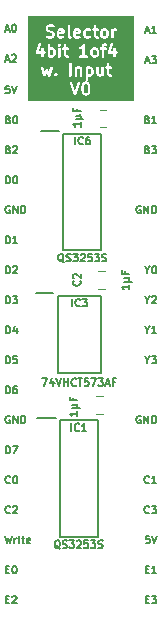
<source format=gto>
%TF.GenerationSoftware,KiCad,Pcbnew,7.0.5*%
%TF.CreationDate,2024-03-11T10:15:54+02:00*%
%TF.ProjectId,Selector 1-of-4 4bit with Input,53656c65-6374-46f7-9220-312d6f662d34,V0*%
%TF.SameCoordinates,PX54c81a0PY37b6b20*%
%TF.FileFunction,Legend,Top*%
%TF.FilePolarity,Positive*%
%FSLAX46Y46*%
G04 Gerber Fmt 4.6, Leading zero omitted, Abs format (unit mm)*
G04 Created by KiCad (PCBNEW 7.0.5) date 2024-03-11 10:15:54*
%MOMM*%
%LPD*%
G01*
G04 APERTURE LIST*
%ADD10C,0.150000*%
%ADD11C,0.200000*%
%ADD12C,0.120000*%
G04 APERTURE END LIST*
D10*
X13097220Y-45673344D02*
X13308887Y-45673344D01*
X13399601Y-46005963D02*
X13097220Y-46005963D01*
X13097220Y-46005963D02*
X13097220Y-45370963D01*
X13097220Y-45370963D02*
X13399601Y-45370963D01*
X14004363Y-46005963D02*
X13641506Y-46005963D01*
X13822934Y-46005963D02*
X13822934Y-45370963D01*
X13822934Y-45370963D02*
X13762458Y-45461677D01*
X13762458Y-45461677D02*
X13701982Y-45522153D01*
X13701982Y-45522153D02*
X13641506Y-45552391D01*
X13097220Y-48213344D02*
X13308887Y-48213344D01*
X13399601Y-48545963D02*
X13097220Y-48545963D01*
X13097220Y-48545963D02*
X13097220Y-47910963D01*
X13097220Y-47910963D02*
X13399601Y-47910963D01*
X13611268Y-47910963D02*
X14004363Y-47910963D01*
X14004363Y-47910963D02*
X13792696Y-48152867D01*
X13792696Y-48152867D02*
X13883411Y-48152867D01*
X13883411Y-48152867D02*
X13943887Y-48183105D01*
X13943887Y-48183105D02*
X13974125Y-48213344D01*
X13974125Y-48213344D02*
X14004363Y-48273820D01*
X14004363Y-48273820D02*
X14004363Y-48425010D01*
X14004363Y-48425010D02*
X13974125Y-48485486D01*
X13974125Y-48485486D02*
X13943887Y-48515725D01*
X13943887Y-48515725D02*
X13883411Y-48545963D01*
X13883411Y-48545963D02*
X13701982Y-48545963D01*
X13701982Y-48545963D02*
X13641506Y-48515725D01*
X13641506Y-48515725D02*
X13611268Y-48485486D01*
X1265874Y-48213344D02*
X1477541Y-48213344D01*
X1568255Y-48545963D02*
X1265874Y-48545963D01*
X1265874Y-48545963D02*
X1265874Y-47910963D01*
X1265874Y-47910963D02*
X1568255Y-47910963D01*
X1810160Y-47971439D02*
X1840398Y-47941201D01*
X1840398Y-47941201D02*
X1900874Y-47910963D01*
X1900874Y-47910963D02*
X2052065Y-47910963D01*
X2052065Y-47910963D02*
X2112541Y-47941201D01*
X2112541Y-47941201D02*
X2142779Y-47971439D01*
X2142779Y-47971439D02*
X2173017Y-48031915D01*
X2173017Y-48031915D02*
X2173017Y-48092391D01*
X2173017Y-48092391D02*
X2142779Y-48183105D01*
X2142779Y-48183105D02*
X1779922Y-48545963D01*
X1779922Y-48545963D02*
X2173017Y-48545963D01*
X1265874Y-45673344D02*
X1477541Y-45673344D01*
X1568255Y-46005963D02*
X1265874Y-46005963D01*
X1265874Y-46005963D02*
X1265874Y-45370963D01*
X1265874Y-45370963D02*
X1568255Y-45370963D01*
X1961350Y-45370963D02*
X2021827Y-45370963D01*
X2021827Y-45370963D02*
X2082303Y-45401201D01*
X2082303Y-45401201D02*
X2112541Y-45431439D01*
X2112541Y-45431439D02*
X2142779Y-45491915D01*
X2142779Y-45491915D02*
X2173017Y-45612867D01*
X2173017Y-45612867D02*
X2173017Y-45764058D01*
X2173017Y-45764058D02*
X2142779Y-45885010D01*
X2142779Y-45885010D02*
X2112541Y-45945486D01*
X2112541Y-45945486D02*
X2082303Y-45975725D01*
X2082303Y-45975725D02*
X2021827Y-46005963D01*
X2021827Y-46005963D02*
X1961350Y-46005963D01*
X1961350Y-46005963D02*
X1900874Y-45975725D01*
X1900874Y-45975725D02*
X1870636Y-45945486D01*
X1870636Y-45945486D02*
X1840398Y-45885010D01*
X1840398Y-45885010D02*
X1810160Y-45764058D01*
X1810160Y-45764058D02*
X1810160Y-45612867D01*
X1810160Y-45612867D02*
X1840398Y-45491915D01*
X1840398Y-45491915D02*
X1870636Y-45431439D01*
X1870636Y-45431439D02*
X1900874Y-45401201D01*
X1900874Y-45401201D02*
X1961350Y-45370963D01*
X1205398Y-42830963D02*
X1356588Y-43465963D01*
X1356588Y-43465963D02*
X1477541Y-43012391D01*
X1477541Y-43012391D02*
X1598493Y-43465963D01*
X1598493Y-43465963D02*
X1749684Y-42830963D01*
X1991588Y-43465963D02*
X1991588Y-43042629D01*
X1991588Y-43163582D02*
X2021826Y-43103105D01*
X2021826Y-43103105D02*
X2052064Y-43072867D01*
X2052064Y-43072867D02*
X2112540Y-43042629D01*
X2112540Y-43042629D02*
X2173017Y-43042629D01*
X2384683Y-43465963D02*
X2384683Y-43042629D01*
X2384683Y-42830963D02*
X2354445Y-42861201D01*
X2354445Y-42861201D02*
X2384683Y-42891439D01*
X2384683Y-42891439D02*
X2414921Y-42861201D01*
X2414921Y-42861201D02*
X2384683Y-42830963D01*
X2384683Y-42830963D02*
X2384683Y-42891439D01*
X2596350Y-43042629D02*
X2838254Y-43042629D01*
X2687064Y-42830963D02*
X2687064Y-43375248D01*
X2687064Y-43375248D02*
X2717302Y-43435725D01*
X2717302Y-43435725D02*
X2777778Y-43465963D01*
X2777778Y-43465963D02*
X2838254Y-43465963D01*
X3291826Y-43435725D02*
X3231350Y-43465963D01*
X3231350Y-43465963D02*
X3110397Y-43465963D01*
X3110397Y-43465963D02*
X3049921Y-43435725D01*
X3049921Y-43435725D02*
X3019683Y-43375248D01*
X3019683Y-43375248D02*
X3019683Y-43133344D01*
X3019683Y-43133344D02*
X3049921Y-43072867D01*
X3049921Y-43072867D02*
X3110397Y-43042629D01*
X3110397Y-43042629D02*
X3231350Y-43042629D01*
X3231350Y-43042629D02*
X3291826Y-43072867D01*
X3291826Y-43072867D02*
X3322064Y-43133344D01*
X3322064Y-43133344D02*
X3322064Y-43193820D01*
X3322064Y-43193820D02*
X3019683Y-43254296D01*
X1628731Y-40865486D02*
X1598493Y-40895725D01*
X1598493Y-40895725D02*
X1507779Y-40925963D01*
X1507779Y-40925963D02*
X1447303Y-40925963D01*
X1447303Y-40925963D02*
X1356588Y-40895725D01*
X1356588Y-40895725D02*
X1296112Y-40835248D01*
X1296112Y-40835248D02*
X1265874Y-40774772D01*
X1265874Y-40774772D02*
X1235636Y-40653820D01*
X1235636Y-40653820D02*
X1235636Y-40563105D01*
X1235636Y-40563105D02*
X1265874Y-40442153D01*
X1265874Y-40442153D02*
X1296112Y-40381677D01*
X1296112Y-40381677D02*
X1356588Y-40321201D01*
X1356588Y-40321201D02*
X1447303Y-40290963D01*
X1447303Y-40290963D02*
X1507779Y-40290963D01*
X1507779Y-40290963D02*
X1598493Y-40321201D01*
X1598493Y-40321201D02*
X1628731Y-40351439D01*
X1870636Y-40351439D02*
X1900874Y-40321201D01*
X1900874Y-40321201D02*
X1961350Y-40290963D01*
X1961350Y-40290963D02*
X2112541Y-40290963D01*
X2112541Y-40290963D02*
X2173017Y-40321201D01*
X2173017Y-40321201D02*
X2203255Y-40351439D01*
X2203255Y-40351439D02*
X2233493Y-40411915D01*
X2233493Y-40411915D02*
X2233493Y-40472391D01*
X2233493Y-40472391D02*
X2203255Y-40563105D01*
X2203255Y-40563105D02*
X1840398Y-40925963D01*
X1840398Y-40925963D02*
X2233493Y-40925963D01*
X1628731Y-38325486D02*
X1598493Y-38355725D01*
X1598493Y-38355725D02*
X1507779Y-38385963D01*
X1507779Y-38385963D02*
X1447303Y-38385963D01*
X1447303Y-38385963D02*
X1356588Y-38355725D01*
X1356588Y-38355725D02*
X1296112Y-38295248D01*
X1296112Y-38295248D02*
X1265874Y-38234772D01*
X1265874Y-38234772D02*
X1235636Y-38113820D01*
X1235636Y-38113820D02*
X1235636Y-38023105D01*
X1235636Y-38023105D02*
X1265874Y-37902153D01*
X1265874Y-37902153D02*
X1296112Y-37841677D01*
X1296112Y-37841677D02*
X1356588Y-37781201D01*
X1356588Y-37781201D02*
X1447303Y-37750963D01*
X1447303Y-37750963D02*
X1507779Y-37750963D01*
X1507779Y-37750963D02*
X1598493Y-37781201D01*
X1598493Y-37781201D02*
X1628731Y-37811439D01*
X2021826Y-37750963D02*
X2082303Y-37750963D01*
X2082303Y-37750963D02*
X2142779Y-37781201D01*
X2142779Y-37781201D02*
X2173017Y-37811439D01*
X2173017Y-37811439D02*
X2203255Y-37871915D01*
X2203255Y-37871915D02*
X2233493Y-37992867D01*
X2233493Y-37992867D02*
X2233493Y-38144058D01*
X2233493Y-38144058D02*
X2203255Y-38265010D01*
X2203255Y-38265010D02*
X2173017Y-38325486D01*
X2173017Y-38325486D02*
X2142779Y-38355725D01*
X2142779Y-38355725D02*
X2082303Y-38385963D01*
X2082303Y-38385963D02*
X2021826Y-38385963D01*
X2021826Y-38385963D02*
X1961350Y-38355725D01*
X1961350Y-38355725D02*
X1931112Y-38325486D01*
X1931112Y-38325486D02*
X1900874Y-38265010D01*
X1900874Y-38265010D02*
X1870636Y-38144058D01*
X1870636Y-38144058D02*
X1870636Y-37992867D01*
X1870636Y-37992867D02*
X1900874Y-37871915D01*
X1900874Y-37871915D02*
X1931112Y-37811439D01*
X1931112Y-37811439D02*
X1961350Y-37781201D01*
X1961350Y-37781201D02*
X2021826Y-37750963D01*
X1265874Y-23145963D02*
X1265874Y-22510963D01*
X1265874Y-22510963D02*
X1417064Y-22510963D01*
X1417064Y-22510963D02*
X1507779Y-22541201D01*
X1507779Y-22541201D02*
X1568255Y-22601677D01*
X1568255Y-22601677D02*
X1598493Y-22662153D01*
X1598493Y-22662153D02*
X1628731Y-22783105D01*
X1628731Y-22783105D02*
X1628731Y-22873820D01*
X1628731Y-22873820D02*
X1598493Y-22994772D01*
X1598493Y-22994772D02*
X1568255Y-23055248D01*
X1568255Y-23055248D02*
X1507779Y-23115725D01*
X1507779Y-23115725D02*
X1417064Y-23145963D01*
X1417064Y-23145963D02*
X1265874Y-23145963D01*
X1840398Y-22510963D02*
X2233493Y-22510963D01*
X2233493Y-22510963D02*
X2021826Y-22752867D01*
X2021826Y-22752867D02*
X2112541Y-22752867D01*
X2112541Y-22752867D02*
X2173017Y-22783105D01*
X2173017Y-22783105D02*
X2203255Y-22813344D01*
X2203255Y-22813344D02*
X2233493Y-22873820D01*
X2233493Y-22873820D02*
X2233493Y-23025010D01*
X2233493Y-23025010D02*
X2203255Y-23085486D01*
X2203255Y-23085486D02*
X2173017Y-23115725D01*
X2173017Y-23115725D02*
X2112541Y-23145963D01*
X2112541Y-23145963D02*
X1931112Y-23145963D01*
X1931112Y-23145963D02*
X1870636Y-23115725D01*
X1870636Y-23115725D02*
X1840398Y-23085486D01*
X1265874Y-12985963D02*
X1265874Y-12350963D01*
X1265874Y-12350963D02*
X1417064Y-12350963D01*
X1417064Y-12350963D02*
X1507779Y-12381201D01*
X1507779Y-12381201D02*
X1568255Y-12441677D01*
X1568255Y-12441677D02*
X1598493Y-12502153D01*
X1598493Y-12502153D02*
X1628731Y-12623105D01*
X1628731Y-12623105D02*
X1628731Y-12713820D01*
X1628731Y-12713820D02*
X1598493Y-12834772D01*
X1598493Y-12834772D02*
X1568255Y-12895248D01*
X1568255Y-12895248D02*
X1507779Y-12955725D01*
X1507779Y-12955725D02*
X1417064Y-12985963D01*
X1417064Y-12985963D02*
X1265874Y-12985963D01*
X2021826Y-12350963D02*
X2082303Y-12350963D01*
X2082303Y-12350963D02*
X2142779Y-12381201D01*
X2142779Y-12381201D02*
X2173017Y-12411439D01*
X2173017Y-12411439D02*
X2203255Y-12471915D01*
X2203255Y-12471915D02*
X2233493Y-12592867D01*
X2233493Y-12592867D02*
X2233493Y-12744058D01*
X2233493Y-12744058D02*
X2203255Y-12865010D01*
X2203255Y-12865010D02*
X2173017Y-12925486D01*
X2173017Y-12925486D02*
X2142779Y-12955725D01*
X2142779Y-12955725D02*
X2082303Y-12985963D01*
X2082303Y-12985963D02*
X2021826Y-12985963D01*
X2021826Y-12985963D02*
X1961350Y-12955725D01*
X1961350Y-12955725D02*
X1931112Y-12925486D01*
X1931112Y-12925486D02*
X1900874Y-12865010D01*
X1900874Y-12865010D02*
X1870636Y-12744058D01*
X1870636Y-12744058D02*
X1870636Y-12592867D01*
X1870636Y-12592867D02*
X1900874Y-12471915D01*
X1900874Y-12471915D02*
X1931112Y-12411439D01*
X1931112Y-12411439D02*
X1961350Y-12381201D01*
X1961350Y-12381201D02*
X2021826Y-12350963D01*
X1477541Y-7573344D02*
X1568255Y-7603582D01*
X1568255Y-7603582D02*
X1598493Y-7633820D01*
X1598493Y-7633820D02*
X1628731Y-7694296D01*
X1628731Y-7694296D02*
X1628731Y-7785010D01*
X1628731Y-7785010D02*
X1598493Y-7845486D01*
X1598493Y-7845486D02*
X1568255Y-7875725D01*
X1568255Y-7875725D02*
X1507779Y-7905963D01*
X1507779Y-7905963D02*
X1265874Y-7905963D01*
X1265874Y-7905963D02*
X1265874Y-7270963D01*
X1265874Y-7270963D02*
X1477541Y-7270963D01*
X1477541Y-7270963D02*
X1538017Y-7301201D01*
X1538017Y-7301201D02*
X1568255Y-7331439D01*
X1568255Y-7331439D02*
X1598493Y-7391915D01*
X1598493Y-7391915D02*
X1598493Y-7452391D01*
X1598493Y-7452391D02*
X1568255Y-7512867D01*
X1568255Y-7512867D02*
X1538017Y-7543105D01*
X1538017Y-7543105D02*
X1477541Y-7573344D01*
X1477541Y-7573344D02*
X1265874Y-7573344D01*
X2021826Y-7270963D02*
X2082303Y-7270963D01*
X2082303Y-7270963D02*
X2142779Y-7301201D01*
X2142779Y-7301201D02*
X2173017Y-7331439D01*
X2173017Y-7331439D02*
X2203255Y-7391915D01*
X2203255Y-7391915D02*
X2233493Y-7512867D01*
X2233493Y-7512867D02*
X2233493Y-7664058D01*
X2233493Y-7664058D02*
X2203255Y-7785010D01*
X2203255Y-7785010D02*
X2173017Y-7845486D01*
X2173017Y-7845486D02*
X2142779Y-7875725D01*
X2142779Y-7875725D02*
X2082303Y-7905963D01*
X2082303Y-7905963D02*
X2021826Y-7905963D01*
X2021826Y-7905963D02*
X1961350Y-7875725D01*
X1961350Y-7875725D02*
X1931112Y-7845486D01*
X1931112Y-7845486D02*
X1900874Y-7785010D01*
X1900874Y-7785010D02*
X1870636Y-7664058D01*
X1870636Y-7664058D02*
X1870636Y-7512867D01*
X1870636Y-7512867D02*
X1900874Y-7391915D01*
X1900874Y-7391915D02*
X1931112Y-7331439D01*
X1931112Y-7331439D02*
X1961350Y-7301201D01*
X1961350Y-7301201D02*
X2021826Y-7270963D01*
X1265874Y-28225963D02*
X1265874Y-27590963D01*
X1265874Y-27590963D02*
X1417064Y-27590963D01*
X1417064Y-27590963D02*
X1507779Y-27621201D01*
X1507779Y-27621201D02*
X1568255Y-27681677D01*
X1568255Y-27681677D02*
X1598493Y-27742153D01*
X1598493Y-27742153D02*
X1628731Y-27863105D01*
X1628731Y-27863105D02*
X1628731Y-27953820D01*
X1628731Y-27953820D02*
X1598493Y-28074772D01*
X1598493Y-28074772D02*
X1568255Y-28135248D01*
X1568255Y-28135248D02*
X1507779Y-28195725D01*
X1507779Y-28195725D02*
X1417064Y-28225963D01*
X1417064Y-28225963D02*
X1265874Y-28225963D01*
X2203255Y-27590963D02*
X1900874Y-27590963D01*
X1900874Y-27590963D02*
X1870636Y-27893344D01*
X1870636Y-27893344D02*
X1900874Y-27863105D01*
X1900874Y-27863105D02*
X1961350Y-27832867D01*
X1961350Y-27832867D02*
X2112541Y-27832867D01*
X2112541Y-27832867D02*
X2173017Y-27863105D01*
X2173017Y-27863105D02*
X2203255Y-27893344D01*
X2203255Y-27893344D02*
X2233493Y-27953820D01*
X2233493Y-27953820D02*
X2233493Y-28105010D01*
X2233493Y-28105010D02*
X2203255Y-28165486D01*
X2203255Y-28165486D02*
X2173017Y-28195725D01*
X2173017Y-28195725D02*
X2112541Y-28225963D01*
X2112541Y-28225963D02*
X1961350Y-28225963D01*
X1961350Y-28225963D02*
X1900874Y-28195725D01*
X1900874Y-28195725D02*
X1870636Y-28165486D01*
X13248410Y-27923582D02*
X13248410Y-28225963D01*
X13036744Y-27590963D02*
X13248410Y-27923582D01*
X13248410Y-27923582D02*
X13460077Y-27590963D01*
X13611268Y-27590963D02*
X14004363Y-27590963D01*
X14004363Y-27590963D02*
X13792696Y-27832867D01*
X13792696Y-27832867D02*
X13883411Y-27832867D01*
X13883411Y-27832867D02*
X13943887Y-27863105D01*
X13943887Y-27863105D02*
X13974125Y-27893344D01*
X13974125Y-27893344D02*
X14004363Y-27953820D01*
X14004363Y-27953820D02*
X14004363Y-28105010D01*
X14004363Y-28105010D02*
X13974125Y-28165486D01*
X13974125Y-28165486D02*
X13943887Y-28195725D01*
X13943887Y-28195725D02*
X13883411Y-28225963D01*
X13883411Y-28225963D02*
X13701982Y-28225963D01*
X13701982Y-28225963D02*
X13641506Y-28195725D01*
X13641506Y-28195725D02*
X13611268Y-28165486D01*
X13097220Y-2644534D02*
X13399601Y-2644534D01*
X13036744Y-2825963D02*
X13248410Y-2190963D01*
X13248410Y-2190963D02*
X13460077Y-2825963D01*
X13611268Y-2190963D02*
X14004363Y-2190963D01*
X14004363Y-2190963D02*
X13792696Y-2432867D01*
X13792696Y-2432867D02*
X13883411Y-2432867D01*
X13883411Y-2432867D02*
X13943887Y-2463105D01*
X13943887Y-2463105D02*
X13974125Y-2493344D01*
X13974125Y-2493344D02*
X14004363Y-2553820D01*
X14004363Y-2553820D02*
X14004363Y-2705010D01*
X14004363Y-2705010D02*
X13974125Y-2765486D01*
X13974125Y-2765486D02*
X13943887Y-2795725D01*
X13943887Y-2795725D02*
X13883411Y-2825963D01*
X13883411Y-2825963D02*
X13701982Y-2825963D01*
X13701982Y-2825963D02*
X13641506Y-2795725D01*
X13641506Y-2795725D02*
X13611268Y-2765486D01*
X1568255Y-4730963D02*
X1265874Y-4730963D01*
X1265874Y-4730963D02*
X1235636Y-5033344D01*
X1235636Y-5033344D02*
X1265874Y-5003105D01*
X1265874Y-5003105D02*
X1326350Y-4972867D01*
X1326350Y-4972867D02*
X1477541Y-4972867D01*
X1477541Y-4972867D02*
X1538017Y-5003105D01*
X1538017Y-5003105D02*
X1568255Y-5033344D01*
X1568255Y-5033344D02*
X1598493Y-5093820D01*
X1598493Y-5093820D02*
X1598493Y-5245010D01*
X1598493Y-5245010D02*
X1568255Y-5305486D01*
X1568255Y-5305486D02*
X1538017Y-5335725D01*
X1538017Y-5335725D02*
X1477541Y-5365963D01*
X1477541Y-5365963D02*
X1326350Y-5365963D01*
X1326350Y-5365963D02*
X1265874Y-5335725D01*
X1265874Y-5335725D02*
X1235636Y-5305486D01*
X1779922Y-4730963D02*
X1991588Y-5365963D01*
X1991588Y-5365963D02*
X2203255Y-4730963D01*
X13429839Y-42830963D02*
X13127458Y-42830963D01*
X13127458Y-42830963D02*
X13097220Y-43133344D01*
X13097220Y-43133344D02*
X13127458Y-43103105D01*
X13127458Y-43103105D02*
X13187934Y-43072867D01*
X13187934Y-43072867D02*
X13339125Y-43072867D01*
X13339125Y-43072867D02*
X13399601Y-43103105D01*
X13399601Y-43103105D02*
X13429839Y-43133344D01*
X13429839Y-43133344D02*
X13460077Y-43193820D01*
X13460077Y-43193820D02*
X13460077Y-43345010D01*
X13460077Y-43345010D02*
X13429839Y-43405486D01*
X13429839Y-43405486D02*
X13399601Y-43435725D01*
X13399601Y-43435725D02*
X13339125Y-43465963D01*
X13339125Y-43465963D02*
X13187934Y-43465963D01*
X13187934Y-43465963D02*
X13127458Y-43435725D01*
X13127458Y-43435725D02*
X13097220Y-43405486D01*
X13641506Y-42830963D02*
X13853172Y-43465963D01*
X13853172Y-43465963D02*
X14064839Y-42830963D01*
X13097220Y-104534D02*
X13399601Y-104534D01*
X13036744Y-285963D02*
X13248410Y349037D01*
X13248410Y349037D02*
X13460077Y-285963D01*
X14004363Y-285963D02*
X13641506Y-285963D01*
X13822934Y-285963D02*
X13822934Y349037D01*
X13822934Y349037D02*
X13762458Y258323D01*
X13762458Y258323D02*
X13701982Y197847D01*
X13701982Y197847D02*
X13641506Y167609D01*
X1598493Y-32701201D02*
X1538017Y-32670963D01*
X1538017Y-32670963D02*
X1447303Y-32670963D01*
X1447303Y-32670963D02*
X1356588Y-32701201D01*
X1356588Y-32701201D02*
X1296112Y-32761677D01*
X1296112Y-32761677D02*
X1265874Y-32822153D01*
X1265874Y-32822153D02*
X1235636Y-32943105D01*
X1235636Y-32943105D02*
X1235636Y-33033820D01*
X1235636Y-33033820D02*
X1265874Y-33154772D01*
X1265874Y-33154772D02*
X1296112Y-33215248D01*
X1296112Y-33215248D02*
X1356588Y-33275725D01*
X1356588Y-33275725D02*
X1447303Y-33305963D01*
X1447303Y-33305963D02*
X1507779Y-33305963D01*
X1507779Y-33305963D02*
X1598493Y-33275725D01*
X1598493Y-33275725D02*
X1628731Y-33245486D01*
X1628731Y-33245486D02*
X1628731Y-33033820D01*
X1628731Y-33033820D02*
X1507779Y-33033820D01*
X1900874Y-33305963D02*
X1900874Y-32670963D01*
X1900874Y-32670963D02*
X2263731Y-33305963D01*
X2263731Y-33305963D02*
X2263731Y-32670963D01*
X2566112Y-33305963D02*
X2566112Y-32670963D01*
X2566112Y-32670963D02*
X2717302Y-32670963D01*
X2717302Y-32670963D02*
X2808017Y-32701201D01*
X2808017Y-32701201D02*
X2868493Y-32761677D01*
X2868493Y-32761677D02*
X2898731Y-32822153D01*
X2898731Y-32822153D02*
X2928969Y-32943105D01*
X2928969Y-32943105D02*
X2928969Y-33033820D01*
X2928969Y-33033820D02*
X2898731Y-33154772D01*
X2898731Y-33154772D02*
X2868493Y-33215248D01*
X2868493Y-33215248D02*
X2808017Y-33275725D01*
X2808017Y-33275725D02*
X2717302Y-33305963D01*
X2717302Y-33305963D02*
X2566112Y-33305963D01*
X1235636Y22466D02*
X1538017Y22466D01*
X1175160Y-158963D02*
X1386826Y476037D01*
X1386826Y476037D02*
X1598493Y-158963D01*
X1931112Y476037D02*
X1991589Y476037D01*
X1991589Y476037D02*
X2052065Y445799D01*
X2052065Y445799D02*
X2082303Y415561D01*
X2082303Y415561D02*
X2112541Y355085D01*
X2112541Y355085D02*
X2142779Y234133D01*
X2142779Y234133D02*
X2142779Y82942D01*
X2142779Y82942D02*
X2112541Y-38010D01*
X2112541Y-38010D02*
X2082303Y-98486D01*
X2082303Y-98486D02*
X2052065Y-128725D01*
X2052065Y-128725D02*
X1991589Y-158963D01*
X1991589Y-158963D02*
X1931112Y-158963D01*
X1931112Y-158963D02*
X1870636Y-128725D01*
X1870636Y-128725D02*
X1840398Y-98486D01*
X1840398Y-98486D02*
X1810160Y-38010D01*
X1810160Y-38010D02*
X1779922Y82942D01*
X1779922Y82942D02*
X1779922Y234133D01*
X1779922Y234133D02*
X1810160Y355085D01*
X1810160Y355085D02*
X1840398Y415561D01*
X1840398Y415561D02*
X1870636Y445799D01*
X1870636Y445799D02*
X1931112Y476037D01*
X12673887Y-32701201D02*
X12613411Y-32670963D01*
X12613411Y-32670963D02*
X12522697Y-32670963D01*
X12522697Y-32670963D02*
X12431982Y-32701201D01*
X12431982Y-32701201D02*
X12371506Y-32761677D01*
X12371506Y-32761677D02*
X12341268Y-32822153D01*
X12341268Y-32822153D02*
X12311030Y-32943105D01*
X12311030Y-32943105D02*
X12311030Y-33033820D01*
X12311030Y-33033820D02*
X12341268Y-33154772D01*
X12341268Y-33154772D02*
X12371506Y-33215248D01*
X12371506Y-33215248D02*
X12431982Y-33275725D01*
X12431982Y-33275725D02*
X12522697Y-33305963D01*
X12522697Y-33305963D02*
X12583173Y-33305963D01*
X12583173Y-33305963D02*
X12673887Y-33275725D01*
X12673887Y-33275725D02*
X12704125Y-33245486D01*
X12704125Y-33245486D02*
X12704125Y-33033820D01*
X12704125Y-33033820D02*
X12583173Y-33033820D01*
X12976268Y-33305963D02*
X12976268Y-32670963D01*
X12976268Y-32670963D02*
X13339125Y-33305963D01*
X13339125Y-33305963D02*
X13339125Y-32670963D01*
X13641506Y-33305963D02*
X13641506Y-32670963D01*
X13641506Y-32670963D02*
X13792696Y-32670963D01*
X13792696Y-32670963D02*
X13883411Y-32701201D01*
X13883411Y-32701201D02*
X13943887Y-32761677D01*
X13943887Y-32761677D02*
X13974125Y-32822153D01*
X13974125Y-32822153D02*
X14004363Y-32943105D01*
X14004363Y-32943105D02*
X14004363Y-33033820D01*
X14004363Y-33033820D02*
X13974125Y-33154772D01*
X13974125Y-33154772D02*
X13943887Y-33215248D01*
X13943887Y-33215248D02*
X13883411Y-33275725D01*
X13883411Y-33275725D02*
X13792696Y-33305963D01*
X13792696Y-33305963D02*
X13641506Y-33305963D01*
X13248411Y-7573344D02*
X13339125Y-7603582D01*
X13339125Y-7603582D02*
X13369363Y-7633820D01*
X13369363Y-7633820D02*
X13399601Y-7694296D01*
X13399601Y-7694296D02*
X13399601Y-7785010D01*
X13399601Y-7785010D02*
X13369363Y-7845486D01*
X13369363Y-7845486D02*
X13339125Y-7875725D01*
X13339125Y-7875725D02*
X13278649Y-7905963D01*
X13278649Y-7905963D02*
X13036744Y-7905963D01*
X13036744Y-7905963D02*
X13036744Y-7270963D01*
X13036744Y-7270963D02*
X13248411Y-7270963D01*
X13248411Y-7270963D02*
X13308887Y-7301201D01*
X13308887Y-7301201D02*
X13339125Y-7331439D01*
X13339125Y-7331439D02*
X13369363Y-7391915D01*
X13369363Y-7391915D02*
X13369363Y-7452391D01*
X13369363Y-7452391D02*
X13339125Y-7512867D01*
X13339125Y-7512867D02*
X13308887Y-7543105D01*
X13308887Y-7543105D02*
X13248411Y-7573344D01*
X13248411Y-7573344D02*
X13036744Y-7573344D01*
X14004363Y-7905963D02*
X13641506Y-7905963D01*
X13822934Y-7905963D02*
X13822934Y-7270963D01*
X13822934Y-7270963D02*
X13762458Y-7361677D01*
X13762458Y-7361677D02*
X13701982Y-7422153D01*
X13701982Y-7422153D02*
X13641506Y-7452391D01*
X1477541Y-10113344D02*
X1568255Y-10143582D01*
X1568255Y-10143582D02*
X1598493Y-10173820D01*
X1598493Y-10173820D02*
X1628731Y-10234296D01*
X1628731Y-10234296D02*
X1628731Y-10325010D01*
X1628731Y-10325010D02*
X1598493Y-10385486D01*
X1598493Y-10385486D02*
X1568255Y-10415725D01*
X1568255Y-10415725D02*
X1507779Y-10445963D01*
X1507779Y-10445963D02*
X1265874Y-10445963D01*
X1265874Y-10445963D02*
X1265874Y-9810963D01*
X1265874Y-9810963D02*
X1477541Y-9810963D01*
X1477541Y-9810963D02*
X1538017Y-9841201D01*
X1538017Y-9841201D02*
X1568255Y-9871439D01*
X1568255Y-9871439D02*
X1598493Y-9931915D01*
X1598493Y-9931915D02*
X1598493Y-9992391D01*
X1598493Y-9992391D02*
X1568255Y-10052867D01*
X1568255Y-10052867D02*
X1538017Y-10083105D01*
X1538017Y-10083105D02*
X1477541Y-10113344D01*
X1477541Y-10113344D02*
X1265874Y-10113344D01*
X1870636Y-9871439D02*
X1900874Y-9841201D01*
X1900874Y-9841201D02*
X1961350Y-9810963D01*
X1961350Y-9810963D02*
X2112541Y-9810963D01*
X2112541Y-9810963D02*
X2173017Y-9841201D01*
X2173017Y-9841201D02*
X2203255Y-9871439D01*
X2203255Y-9871439D02*
X2233493Y-9931915D01*
X2233493Y-9931915D02*
X2233493Y-9992391D01*
X2233493Y-9992391D02*
X2203255Y-10083105D01*
X2203255Y-10083105D02*
X1840398Y-10445963D01*
X1840398Y-10445963D02*
X2233493Y-10445963D01*
X13248410Y-22843582D02*
X13248410Y-23145963D01*
X13036744Y-22510963D02*
X13248410Y-22843582D01*
X13248410Y-22843582D02*
X13460077Y-22510963D01*
X13641506Y-22571439D02*
X13671744Y-22541201D01*
X13671744Y-22541201D02*
X13732220Y-22510963D01*
X13732220Y-22510963D02*
X13883411Y-22510963D01*
X13883411Y-22510963D02*
X13943887Y-22541201D01*
X13943887Y-22541201D02*
X13974125Y-22571439D01*
X13974125Y-22571439D02*
X14004363Y-22631915D01*
X14004363Y-22631915D02*
X14004363Y-22692391D01*
X14004363Y-22692391D02*
X13974125Y-22783105D01*
X13974125Y-22783105D02*
X13611268Y-23145963D01*
X13611268Y-23145963D02*
X14004363Y-23145963D01*
X13248410Y-25383582D02*
X13248410Y-25685963D01*
X13036744Y-25050963D02*
X13248410Y-25383582D01*
X13248410Y-25383582D02*
X13460077Y-25050963D01*
X14004363Y-25685963D02*
X13641506Y-25685963D01*
X13822934Y-25685963D02*
X13822934Y-25050963D01*
X13822934Y-25050963D02*
X13762458Y-25141677D01*
X13762458Y-25141677D02*
X13701982Y-25202153D01*
X13701982Y-25202153D02*
X13641506Y-25232391D01*
X1235636Y-2517534D02*
X1538017Y-2517534D01*
X1175160Y-2698963D02*
X1386826Y-2063963D01*
X1386826Y-2063963D02*
X1598493Y-2698963D01*
X1779922Y-2124439D02*
X1810160Y-2094201D01*
X1810160Y-2094201D02*
X1870636Y-2063963D01*
X1870636Y-2063963D02*
X2021827Y-2063963D01*
X2021827Y-2063963D02*
X2082303Y-2094201D01*
X2082303Y-2094201D02*
X2112541Y-2124439D01*
X2112541Y-2124439D02*
X2142779Y-2184915D01*
X2142779Y-2184915D02*
X2142779Y-2245391D01*
X2142779Y-2245391D02*
X2112541Y-2336105D01*
X2112541Y-2336105D02*
X1749684Y-2698963D01*
X1749684Y-2698963D02*
X2142779Y-2698963D01*
X1265874Y-20605963D02*
X1265874Y-19970963D01*
X1265874Y-19970963D02*
X1417064Y-19970963D01*
X1417064Y-19970963D02*
X1507779Y-20001201D01*
X1507779Y-20001201D02*
X1568255Y-20061677D01*
X1568255Y-20061677D02*
X1598493Y-20122153D01*
X1598493Y-20122153D02*
X1628731Y-20243105D01*
X1628731Y-20243105D02*
X1628731Y-20333820D01*
X1628731Y-20333820D02*
X1598493Y-20454772D01*
X1598493Y-20454772D02*
X1568255Y-20515248D01*
X1568255Y-20515248D02*
X1507779Y-20575725D01*
X1507779Y-20575725D02*
X1417064Y-20605963D01*
X1417064Y-20605963D02*
X1265874Y-20605963D01*
X1870636Y-20031439D02*
X1900874Y-20001201D01*
X1900874Y-20001201D02*
X1961350Y-19970963D01*
X1961350Y-19970963D02*
X2112541Y-19970963D01*
X2112541Y-19970963D02*
X2173017Y-20001201D01*
X2173017Y-20001201D02*
X2203255Y-20031439D01*
X2203255Y-20031439D02*
X2233493Y-20091915D01*
X2233493Y-20091915D02*
X2233493Y-20152391D01*
X2233493Y-20152391D02*
X2203255Y-20243105D01*
X2203255Y-20243105D02*
X1840398Y-20605963D01*
X1840398Y-20605963D02*
X2233493Y-20605963D01*
X13399601Y-38325486D02*
X13369363Y-38355725D01*
X13369363Y-38355725D02*
X13278649Y-38385963D01*
X13278649Y-38385963D02*
X13218173Y-38385963D01*
X13218173Y-38385963D02*
X13127458Y-38355725D01*
X13127458Y-38355725D02*
X13066982Y-38295248D01*
X13066982Y-38295248D02*
X13036744Y-38234772D01*
X13036744Y-38234772D02*
X13006506Y-38113820D01*
X13006506Y-38113820D02*
X13006506Y-38023105D01*
X13006506Y-38023105D02*
X13036744Y-37902153D01*
X13036744Y-37902153D02*
X13066982Y-37841677D01*
X13066982Y-37841677D02*
X13127458Y-37781201D01*
X13127458Y-37781201D02*
X13218173Y-37750963D01*
X13218173Y-37750963D02*
X13278649Y-37750963D01*
X13278649Y-37750963D02*
X13369363Y-37781201D01*
X13369363Y-37781201D02*
X13399601Y-37811439D01*
X14004363Y-38385963D02*
X13641506Y-38385963D01*
X13822934Y-38385963D02*
X13822934Y-37750963D01*
X13822934Y-37750963D02*
X13762458Y-37841677D01*
X13762458Y-37841677D02*
X13701982Y-37902153D01*
X13701982Y-37902153D02*
X13641506Y-37932391D01*
X13399601Y-40865486D02*
X13369363Y-40895725D01*
X13369363Y-40895725D02*
X13278649Y-40925963D01*
X13278649Y-40925963D02*
X13218173Y-40925963D01*
X13218173Y-40925963D02*
X13127458Y-40895725D01*
X13127458Y-40895725D02*
X13066982Y-40835248D01*
X13066982Y-40835248D02*
X13036744Y-40774772D01*
X13036744Y-40774772D02*
X13006506Y-40653820D01*
X13006506Y-40653820D02*
X13006506Y-40563105D01*
X13006506Y-40563105D02*
X13036744Y-40442153D01*
X13036744Y-40442153D02*
X13066982Y-40381677D01*
X13066982Y-40381677D02*
X13127458Y-40321201D01*
X13127458Y-40321201D02*
X13218173Y-40290963D01*
X13218173Y-40290963D02*
X13278649Y-40290963D01*
X13278649Y-40290963D02*
X13369363Y-40321201D01*
X13369363Y-40321201D02*
X13399601Y-40351439D01*
X13611268Y-40290963D02*
X14004363Y-40290963D01*
X14004363Y-40290963D02*
X13792696Y-40532867D01*
X13792696Y-40532867D02*
X13883411Y-40532867D01*
X13883411Y-40532867D02*
X13943887Y-40563105D01*
X13943887Y-40563105D02*
X13974125Y-40593344D01*
X13974125Y-40593344D02*
X14004363Y-40653820D01*
X14004363Y-40653820D02*
X14004363Y-40805010D01*
X14004363Y-40805010D02*
X13974125Y-40865486D01*
X13974125Y-40865486D02*
X13943887Y-40895725D01*
X13943887Y-40895725D02*
X13883411Y-40925963D01*
X13883411Y-40925963D02*
X13701982Y-40925963D01*
X13701982Y-40925963D02*
X13641506Y-40895725D01*
X13641506Y-40895725D02*
X13611268Y-40865486D01*
X1265874Y-18065963D02*
X1265874Y-17430963D01*
X1265874Y-17430963D02*
X1417064Y-17430963D01*
X1417064Y-17430963D02*
X1507779Y-17461201D01*
X1507779Y-17461201D02*
X1568255Y-17521677D01*
X1568255Y-17521677D02*
X1598493Y-17582153D01*
X1598493Y-17582153D02*
X1628731Y-17703105D01*
X1628731Y-17703105D02*
X1628731Y-17793820D01*
X1628731Y-17793820D02*
X1598493Y-17914772D01*
X1598493Y-17914772D02*
X1568255Y-17975248D01*
X1568255Y-17975248D02*
X1507779Y-18035725D01*
X1507779Y-18035725D02*
X1417064Y-18065963D01*
X1417064Y-18065963D02*
X1265874Y-18065963D01*
X2233493Y-18065963D02*
X1870636Y-18065963D01*
X2052064Y-18065963D02*
X2052064Y-17430963D01*
X2052064Y-17430963D02*
X1991588Y-17521677D01*
X1991588Y-17521677D02*
X1931112Y-17582153D01*
X1931112Y-17582153D02*
X1870636Y-17612391D01*
X1265874Y-30765963D02*
X1265874Y-30130963D01*
X1265874Y-30130963D02*
X1417064Y-30130963D01*
X1417064Y-30130963D02*
X1507779Y-30161201D01*
X1507779Y-30161201D02*
X1568255Y-30221677D01*
X1568255Y-30221677D02*
X1598493Y-30282153D01*
X1598493Y-30282153D02*
X1628731Y-30403105D01*
X1628731Y-30403105D02*
X1628731Y-30493820D01*
X1628731Y-30493820D02*
X1598493Y-30614772D01*
X1598493Y-30614772D02*
X1568255Y-30675248D01*
X1568255Y-30675248D02*
X1507779Y-30735725D01*
X1507779Y-30735725D02*
X1417064Y-30765963D01*
X1417064Y-30765963D02*
X1265874Y-30765963D01*
X2173017Y-30130963D02*
X2052064Y-30130963D01*
X2052064Y-30130963D02*
X1991588Y-30161201D01*
X1991588Y-30161201D02*
X1961350Y-30191439D01*
X1961350Y-30191439D02*
X1900874Y-30282153D01*
X1900874Y-30282153D02*
X1870636Y-30403105D01*
X1870636Y-30403105D02*
X1870636Y-30645010D01*
X1870636Y-30645010D02*
X1900874Y-30705486D01*
X1900874Y-30705486D02*
X1931112Y-30735725D01*
X1931112Y-30735725D02*
X1991588Y-30765963D01*
X1991588Y-30765963D02*
X2112541Y-30765963D01*
X2112541Y-30765963D02*
X2173017Y-30735725D01*
X2173017Y-30735725D02*
X2203255Y-30705486D01*
X2203255Y-30705486D02*
X2233493Y-30645010D01*
X2233493Y-30645010D02*
X2233493Y-30493820D01*
X2233493Y-30493820D02*
X2203255Y-30433344D01*
X2203255Y-30433344D02*
X2173017Y-30403105D01*
X2173017Y-30403105D02*
X2112541Y-30372867D01*
X2112541Y-30372867D02*
X1991588Y-30372867D01*
X1991588Y-30372867D02*
X1931112Y-30403105D01*
X1931112Y-30403105D02*
X1900874Y-30433344D01*
X1900874Y-30433344D02*
X1870636Y-30493820D01*
X13248410Y-20303582D02*
X13248410Y-20605963D01*
X13036744Y-19970963D02*
X13248410Y-20303582D01*
X13248410Y-20303582D02*
X13460077Y-19970963D01*
X13792696Y-19970963D02*
X13853173Y-19970963D01*
X13853173Y-19970963D02*
X13913649Y-20001201D01*
X13913649Y-20001201D02*
X13943887Y-20031439D01*
X13943887Y-20031439D02*
X13974125Y-20091915D01*
X13974125Y-20091915D02*
X14004363Y-20212867D01*
X14004363Y-20212867D02*
X14004363Y-20364058D01*
X14004363Y-20364058D02*
X13974125Y-20485010D01*
X13974125Y-20485010D02*
X13943887Y-20545486D01*
X13943887Y-20545486D02*
X13913649Y-20575725D01*
X13913649Y-20575725D02*
X13853173Y-20605963D01*
X13853173Y-20605963D02*
X13792696Y-20605963D01*
X13792696Y-20605963D02*
X13732220Y-20575725D01*
X13732220Y-20575725D02*
X13701982Y-20545486D01*
X13701982Y-20545486D02*
X13671744Y-20485010D01*
X13671744Y-20485010D02*
X13641506Y-20364058D01*
X13641506Y-20364058D02*
X13641506Y-20212867D01*
X13641506Y-20212867D02*
X13671744Y-20091915D01*
X13671744Y-20091915D02*
X13701982Y-20031439D01*
X13701982Y-20031439D02*
X13732220Y-20001201D01*
X13732220Y-20001201D02*
X13792696Y-19970963D01*
X12673887Y-14921201D02*
X12613411Y-14890963D01*
X12613411Y-14890963D02*
X12522697Y-14890963D01*
X12522697Y-14890963D02*
X12431982Y-14921201D01*
X12431982Y-14921201D02*
X12371506Y-14981677D01*
X12371506Y-14981677D02*
X12341268Y-15042153D01*
X12341268Y-15042153D02*
X12311030Y-15163105D01*
X12311030Y-15163105D02*
X12311030Y-15253820D01*
X12311030Y-15253820D02*
X12341268Y-15374772D01*
X12341268Y-15374772D02*
X12371506Y-15435248D01*
X12371506Y-15435248D02*
X12431982Y-15495725D01*
X12431982Y-15495725D02*
X12522697Y-15525963D01*
X12522697Y-15525963D02*
X12583173Y-15525963D01*
X12583173Y-15525963D02*
X12673887Y-15495725D01*
X12673887Y-15495725D02*
X12704125Y-15465486D01*
X12704125Y-15465486D02*
X12704125Y-15253820D01*
X12704125Y-15253820D02*
X12583173Y-15253820D01*
X12976268Y-15525963D02*
X12976268Y-14890963D01*
X12976268Y-14890963D02*
X13339125Y-15525963D01*
X13339125Y-15525963D02*
X13339125Y-14890963D01*
X13641506Y-15525963D02*
X13641506Y-14890963D01*
X13641506Y-14890963D02*
X13792696Y-14890963D01*
X13792696Y-14890963D02*
X13883411Y-14921201D01*
X13883411Y-14921201D02*
X13943887Y-14981677D01*
X13943887Y-14981677D02*
X13974125Y-15042153D01*
X13974125Y-15042153D02*
X14004363Y-15163105D01*
X14004363Y-15163105D02*
X14004363Y-15253820D01*
X14004363Y-15253820D02*
X13974125Y-15374772D01*
X13974125Y-15374772D02*
X13943887Y-15435248D01*
X13943887Y-15435248D02*
X13883411Y-15495725D01*
X13883411Y-15495725D02*
X13792696Y-15525963D01*
X13792696Y-15525963D02*
X13641506Y-15525963D01*
X13248411Y-10113344D02*
X13339125Y-10143582D01*
X13339125Y-10143582D02*
X13369363Y-10173820D01*
X13369363Y-10173820D02*
X13399601Y-10234296D01*
X13399601Y-10234296D02*
X13399601Y-10325010D01*
X13399601Y-10325010D02*
X13369363Y-10385486D01*
X13369363Y-10385486D02*
X13339125Y-10415725D01*
X13339125Y-10415725D02*
X13278649Y-10445963D01*
X13278649Y-10445963D02*
X13036744Y-10445963D01*
X13036744Y-10445963D02*
X13036744Y-9810963D01*
X13036744Y-9810963D02*
X13248411Y-9810963D01*
X13248411Y-9810963D02*
X13308887Y-9841201D01*
X13308887Y-9841201D02*
X13339125Y-9871439D01*
X13339125Y-9871439D02*
X13369363Y-9931915D01*
X13369363Y-9931915D02*
X13369363Y-9992391D01*
X13369363Y-9992391D02*
X13339125Y-10052867D01*
X13339125Y-10052867D02*
X13308887Y-10083105D01*
X13308887Y-10083105D02*
X13248411Y-10113344D01*
X13248411Y-10113344D02*
X13036744Y-10113344D01*
X13611268Y-9810963D02*
X14004363Y-9810963D01*
X14004363Y-9810963D02*
X13792696Y-10052867D01*
X13792696Y-10052867D02*
X13883411Y-10052867D01*
X13883411Y-10052867D02*
X13943887Y-10083105D01*
X13943887Y-10083105D02*
X13974125Y-10113344D01*
X13974125Y-10113344D02*
X14004363Y-10173820D01*
X14004363Y-10173820D02*
X14004363Y-10325010D01*
X14004363Y-10325010D02*
X13974125Y-10385486D01*
X13974125Y-10385486D02*
X13943887Y-10415725D01*
X13943887Y-10415725D02*
X13883411Y-10445963D01*
X13883411Y-10445963D02*
X13701982Y-10445963D01*
X13701982Y-10445963D02*
X13641506Y-10415725D01*
X13641506Y-10415725D02*
X13611268Y-10385486D01*
X1265874Y-35845963D02*
X1265874Y-35210963D01*
X1265874Y-35210963D02*
X1417064Y-35210963D01*
X1417064Y-35210963D02*
X1507779Y-35241201D01*
X1507779Y-35241201D02*
X1568255Y-35301677D01*
X1568255Y-35301677D02*
X1598493Y-35362153D01*
X1598493Y-35362153D02*
X1628731Y-35483105D01*
X1628731Y-35483105D02*
X1628731Y-35573820D01*
X1628731Y-35573820D02*
X1598493Y-35694772D01*
X1598493Y-35694772D02*
X1568255Y-35755248D01*
X1568255Y-35755248D02*
X1507779Y-35815725D01*
X1507779Y-35815725D02*
X1417064Y-35845963D01*
X1417064Y-35845963D02*
X1265874Y-35845963D01*
X1840398Y-35210963D02*
X2263731Y-35210963D01*
X2263731Y-35210963D02*
X1991588Y-35845963D01*
D11*
G36*
X8132192Y-4585023D02*
G01*
X8156862Y-4609693D01*
X8192313Y-4680596D01*
X8234285Y-4848482D01*
X8234285Y-5061954D01*
X8192313Y-5229841D01*
X8156862Y-5300743D01*
X8132191Y-5325414D01*
X8072584Y-5355219D01*
X8024558Y-5355219D01*
X7964951Y-5325415D01*
X7940280Y-5300743D01*
X7904828Y-5229840D01*
X7862857Y-5061954D01*
X7862857Y-4848482D01*
X7904828Y-4680595D01*
X7940280Y-4609692D01*
X7964950Y-4585022D01*
X8024558Y-4555219D01*
X8072584Y-4555219D01*
X8132192Y-4585023D01*
G37*
G36*
X8441715Y-3308356D02*
G01*
X8466385Y-3333025D01*
X8496189Y-3392633D01*
X8496189Y-3631136D01*
X8466385Y-3690743D01*
X8441714Y-3715414D01*
X8382107Y-3745219D01*
X8238843Y-3745219D01*
X8219999Y-3735796D01*
X8219999Y-3287974D01*
X8238843Y-3278552D01*
X8382107Y-3278552D01*
X8441715Y-3308356D01*
G37*
G36*
X5227430Y-1698356D02*
G01*
X5252099Y-1723025D01*
X5281904Y-1782634D01*
X5281904Y-2021136D01*
X5252100Y-2080743D01*
X5227429Y-2105414D01*
X5167822Y-2135219D01*
X5024558Y-2135219D01*
X5005714Y-2125797D01*
X5005714Y-1677974D01*
X5024558Y-1668552D01*
X5167822Y-1668552D01*
X5227430Y-1698356D01*
G37*
G36*
X8894097Y-1698356D02*
G01*
X8918767Y-1723026D01*
X8948571Y-1782634D01*
X8948571Y-2021136D01*
X8918767Y-2080743D01*
X8894096Y-2105414D01*
X8834489Y-2135219D01*
X8738844Y-2135219D01*
X8679237Y-2105415D01*
X8654566Y-2080743D01*
X8624762Y-2021135D01*
X8624762Y-1782634D01*
X8654566Y-1723025D01*
X8679235Y-1698356D01*
X8738844Y-1668552D01*
X8834489Y-1668552D01*
X8894097Y-1698356D01*
G37*
G36*
X6045463Y-80706D02*
G01*
X6062914Y-115607D01*
X5791427Y-169904D01*
X5791428Y-125015D01*
X5813582Y-80706D01*
X5857891Y-58552D01*
X6001155Y-58552D01*
X6045463Y-80706D01*
G37*
G36*
X7426416Y-80706D02*
G01*
X7443867Y-115607D01*
X7172381Y-169904D01*
X7172381Y-125015D01*
X7194535Y-80706D01*
X7238844Y-58552D01*
X7382108Y-58552D01*
X7426416Y-80706D01*
G37*
G36*
X9727431Y-88356D02*
G01*
X9752101Y-113026D01*
X9781905Y-172633D01*
X9781905Y-411136D01*
X9752101Y-470743D01*
X9727430Y-495414D01*
X9667823Y-525219D01*
X9572178Y-525219D01*
X9512571Y-495415D01*
X9487900Y-470743D01*
X9458096Y-411135D01*
X9458096Y-172634D01*
X9487900Y-113025D01*
X9512570Y-88356D01*
X9572178Y-58552D01*
X9667823Y-58552D01*
X9727431Y-88356D01*
G37*
G36*
X12117620Y-6030857D02*
G01*
X3122381Y-6030857D01*
X3122381Y-4458986D01*
X6706322Y-4458986D01*
X7043220Y-5469679D01*
X7042813Y-5480949D01*
X7052328Y-5497002D01*
X7053488Y-5500482D01*
X7059622Y-5509309D01*
X7072756Y-5531467D01*
X7076232Y-5533209D01*
X7078450Y-5536400D01*
X7102241Y-5546242D01*
X7125258Y-5557776D01*
X7129121Y-5557362D01*
X7132715Y-5558849D01*
X7158045Y-5554266D01*
X7183650Y-5551526D01*
X7186680Y-5549086D01*
X7190502Y-5548395D01*
X7209328Y-5530851D01*
X7229392Y-5514698D01*
X7230621Y-5511009D01*
X7233465Y-5508360D01*
X7239821Y-5483409D01*
X7377613Y-5070033D01*
X7658721Y-5070033D01*
X7662857Y-5086577D01*
X7662857Y-5088645D01*
X7666336Y-5100495D01*
X7709141Y-5271715D01*
X7707902Y-5283200D01*
X7716123Y-5299642D01*
X7716949Y-5302945D01*
X7722534Y-5312465D01*
X7763044Y-5393484D01*
X7766621Y-5409927D01*
X7786104Y-5429410D01*
X7804873Y-5449588D01*
X7806765Y-5450071D01*
X7826137Y-5469444D01*
X7834730Y-5483911D01*
X7859368Y-5496230D01*
X7883559Y-5509440D01*
X7885508Y-5509300D01*
X7951413Y-5542253D01*
X7971589Y-5555219D01*
X7992024Y-5555219D01*
X8012140Y-5558839D01*
X8020868Y-5555219D01*
X8090805Y-5555219D01*
X8114648Y-5557793D01*
X8132924Y-5548654D01*
X8152537Y-5542896D01*
X8158725Y-5535754D01*
X8224933Y-5502650D01*
X8241377Y-5499073D01*
X8260862Y-5479587D01*
X8281036Y-5460822D01*
X8281520Y-5458928D01*
X8300893Y-5439555D01*
X8315358Y-5430964D01*
X8327675Y-5406329D01*
X8340887Y-5382133D01*
X8340747Y-5380185D01*
X8368142Y-5325395D01*
X8376559Y-5317482D01*
X8381018Y-5299643D01*
X8382539Y-5296603D01*
X8384492Y-5285748D01*
X8427308Y-5114485D01*
X8434285Y-5103629D01*
X8434285Y-5086577D01*
X8434787Y-5084570D01*
X8434285Y-5072223D01*
X8434285Y-4852629D01*
X8438421Y-4840404D01*
X8434285Y-4823859D01*
X8434285Y-4821792D01*
X8430805Y-4809941D01*
X8388000Y-4638720D01*
X8389240Y-4627236D01*
X8381018Y-4610792D01*
X8380193Y-4607492D01*
X8374609Y-4597975D01*
X8334096Y-4516949D01*
X8330520Y-4500509D01*
X8311045Y-4481034D01*
X8292269Y-4460848D01*
X8290374Y-4460363D01*
X8271004Y-4440993D01*
X8262412Y-4426527D01*
X8237777Y-4414209D01*
X8213582Y-4400998D01*
X8211632Y-4401137D01*
X8145731Y-4368186D01*
X8125553Y-4355219D01*
X8105117Y-4355219D01*
X8085002Y-4351599D01*
X8076274Y-4355219D01*
X8006336Y-4355219D01*
X7982493Y-4352645D01*
X7964215Y-4361783D01*
X7944605Y-4367542D01*
X7938417Y-4374683D01*
X7872206Y-4407788D01*
X7855766Y-4411365D01*
X7836291Y-4430839D01*
X7816105Y-4449616D01*
X7815620Y-4451510D01*
X7796250Y-4470880D01*
X7781784Y-4479473D01*
X7769466Y-4504107D01*
X7756255Y-4528303D01*
X7756394Y-4530252D01*
X7729000Y-4585040D01*
X7720583Y-4592955D01*
X7716122Y-4610795D01*
X7714603Y-4613835D01*
X7712650Y-4624686D01*
X7669833Y-4795951D01*
X7662857Y-4806808D01*
X7662857Y-4823859D01*
X7662355Y-4825867D01*
X7662857Y-4838213D01*
X7662857Y-5057807D01*
X7658721Y-5070033D01*
X7377613Y-5070033D01*
X7576557Y-4473201D01*
X7578138Y-4429490D01*
X7548195Y-4378972D01*
X7495693Y-4352662D01*
X7437301Y-4358913D01*
X7391559Y-4395740D01*
X7143809Y-5138990D01*
X6900797Y-4409955D01*
X6875835Y-4374038D01*
X6821570Y-4351589D01*
X6763783Y-4362042D01*
X6720819Y-4402078D01*
X6706322Y-4458986D01*
X3122381Y-4458986D01*
X3122381Y-3177791D01*
X4253876Y-3177791D01*
X4447231Y-3854536D01*
X4446238Y-3864974D01*
X4455148Y-3882245D01*
X4456369Y-3886517D01*
X4461707Y-3894959D01*
X4473163Y-3917163D01*
X4477234Y-3919512D01*
X4479747Y-3923485D01*
X4502393Y-3934027D01*
X4524029Y-3946510D01*
X4528724Y-3946285D01*
X4532986Y-3948269D01*
X4557735Y-3944894D01*
X4582688Y-3943699D01*
X4586516Y-3940970D01*
X4591173Y-3940336D01*
X4610167Y-3924118D01*
X4630514Y-3909621D01*
X4632259Y-3905256D01*
X4635835Y-3902204D01*
X4643047Y-3878288D01*
X4739047Y-3638287D01*
X4829663Y-3864828D01*
X4829740Y-3875311D01*
X4840363Y-3891579D01*
X4842015Y-3895708D01*
X4848191Y-3903566D01*
X4861849Y-3924481D01*
X4866139Y-3926402D01*
X4869044Y-3930098D01*
X4892645Y-3938274D01*
X4915444Y-3948485D01*
X4920091Y-3947782D01*
X4924534Y-3949321D01*
X4948811Y-3943438D01*
X4973509Y-3939704D01*
X4977039Y-3936599D01*
X4981607Y-3935493D01*
X4998848Y-3917421D01*
X5017609Y-3900924D01*
X5018900Y-3896403D01*
X5022145Y-3893003D01*
X5026879Y-3868476D01*
X5049254Y-3790165D01*
X5349376Y-3790165D01*
X5354097Y-3811869D01*
X5355683Y-3834023D01*
X5360242Y-3840113D01*
X5361860Y-3847548D01*
X5377564Y-3863252D01*
X5390876Y-3881034D01*
X5398005Y-3883693D01*
X5412192Y-3897880D01*
X5413275Y-3901566D01*
X5427340Y-3913753D01*
X5438494Y-3928653D01*
X5449101Y-3932609D01*
X5457657Y-3940023D01*
X5468863Y-3941634D01*
X5478798Y-3947059D01*
X5486386Y-3946516D01*
X5493517Y-3949176D01*
X5504579Y-3946769D01*
X5515784Y-3948380D01*
X5526083Y-3943676D01*
X5537374Y-3942869D01*
X5543464Y-3938309D01*
X5550900Y-3936692D01*
X5558903Y-3928688D01*
X5569203Y-3923985D01*
X5575324Y-3914459D01*
X5584385Y-3907677D01*
X5587044Y-3900547D01*
X5614221Y-3873370D01*
X5632004Y-3860059D01*
X5632176Y-3859598D01*
X6639047Y-3859598D01*
X6651370Y-3901566D01*
X6695752Y-3940023D01*
X6753879Y-3948380D01*
X6807298Y-3923985D01*
X6839047Y-3874582D01*
X6839047Y-3251636D01*
X7113397Y-3251636D01*
X7115237Y-3277365D01*
X7115237Y-3859598D01*
X7127560Y-3901566D01*
X7171942Y-3940023D01*
X7230069Y-3948380D01*
X7283488Y-3923985D01*
X7315237Y-3874582D01*
X7315237Y-3315211D01*
X7322092Y-3308355D01*
X7381700Y-3278552D01*
X7477345Y-3278552D01*
X7521653Y-3300706D01*
X7543808Y-3345015D01*
X7543808Y-3859598D01*
X7556131Y-3901566D01*
X7600513Y-3940023D01*
X7658640Y-3948380D01*
X7712059Y-3923985D01*
X7743808Y-3874582D01*
X7743808Y-3326793D01*
X7746382Y-3302950D01*
X7737243Y-3284672D01*
X7731485Y-3265062D01*
X7724343Y-3258874D01*
X7709828Y-3229844D01*
X8015842Y-3229844D01*
X8019999Y-3242352D01*
X8019999Y-3795833D01*
X8019026Y-3823420D01*
X8019999Y-3825058D01*
X8019999Y-4192931D01*
X8032322Y-4234899D01*
X8076704Y-4273356D01*
X8134831Y-4281713D01*
X8188250Y-4257318D01*
X8219999Y-4207915D01*
X8219999Y-3947682D01*
X8226425Y-3948839D01*
X8235153Y-3945219D01*
X8400328Y-3945219D01*
X8424171Y-3947793D01*
X8442447Y-3938654D01*
X8462060Y-3932896D01*
X8468248Y-3925754D01*
X8534456Y-3892650D01*
X8550900Y-3889073D01*
X8570385Y-3869587D01*
X8590559Y-3850822D01*
X8591043Y-3848928D01*
X8610416Y-3829555D01*
X8624881Y-3820964D01*
X8637198Y-3796329D01*
X8650410Y-3772133D01*
X8650270Y-3770185D01*
X8674953Y-3720819D01*
X8922187Y-3720819D01*
X8931325Y-3739096D01*
X8937084Y-3758708D01*
X8944224Y-3764895D01*
X8971544Y-3819535D01*
X8971407Y-3823420D01*
X8984551Y-3845550D01*
X8989367Y-3855182D01*
X8991870Y-3857873D01*
X9001396Y-3873911D01*
X9011478Y-3878952D01*
X9019158Y-3887208D01*
X9037234Y-3891830D01*
X9118079Y-3932253D01*
X9138255Y-3945219D01*
X9158690Y-3945219D01*
X9178806Y-3948839D01*
X9187534Y-3945219D01*
X9305090Y-3945219D01*
X9328933Y-3947793D01*
X9347209Y-3938654D01*
X9366822Y-3932896D01*
X9373010Y-3925754D01*
X9386047Y-3919235D01*
X9410037Y-3940023D01*
X9468164Y-3948380D01*
X9521583Y-3923985D01*
X9553332Y-3874582D01*
X9553331Y-3775502D01*
X9555172Y-3772133D01*
X9553331Y-3746409D01*
X9553332Y-3193384D01*
X9683505Y-3193384D01*
X9707900Y-3246803D01*
X9757303Y-3278552D01*
X9829523Y-3278552D01*
X9829523Y-3696975D01*
X9826949Y-3720819D01*
X9836087Y-3739096D01*
X9841846Y-3758708D01*
X9848986Y-3764895D01*
X9876306Y-3819535D01*
X9876169Y-3823420D01*
X9889313Y-3845550D01*
X9894129Y-3855182D01*
X9896632Y-3857873D01*
X9906158Y-3873911D01*
X9916240Y-3878952D01*
X9923920Y-3887208D01*
X9941996Y-3891830D01*
X10022841Y-3932253D01*
X10043017Y-3945219D01*
X10063452Y-3945219D01*
X10083568Y-3948839D01*
X10092296Y-3945219D01*
X10181997Y-3945219D01*
X10223965Y-3932896D01*
X10262422Y-3888514D01*
X10270779Y-3830387D01*
X10246384Y-3776968D01*
X10196981Y-3745219D01*
X10095986Y-3745219D01*
X10051677Y-3723064D01*
X10029523Y-3678755D01*
X10029523Y-3278552D01*
X10181997Y-3278552D01*
X10223965Y-3266229D01*
X10262422Y-3221847D01*
X10270779Y-3163720D01*
X10246384Y-3110301D01*
X10196981Y-3078552D01*
X10029523Y-3078552D01*
X10029523Y-2830840D01*
X10017200Y-2788872D01*
X9972818Y-2750415D01*
X9914691Y-2742058D01*
X9861272Y-2766453D01*
X9829523Y-2815856D01*
X9829523Y-3078552D01*
X9772287Y-3078552D01*
X9730319Y-3090875D01*
X9691862Y-3135257D01*
X9683505Y-3193384D01*
X9553332Y-3193384D01*
X9553332Y-3164173D01*
X9541009Y-3122205D01*
X9496627Y-3083748D01*
X9438500Y-3075391D01*
X9385081Y-3099786D01*
X9353332Y-3149189D01*
X9353332Y-3708559D01*
X9346476Y-3715414D01*
X9286869Y-3745219D01*
X9191224Y-3745219D01*
X9146915Y-3723064D01*
X9124761Y-3678755D01*
X9124761Y-3164173D01*
X9112438Y-3122205D01*
X9068056Y-3083748D01*
X9009929Y-3075391D01*
X8956510Y-3099786D01*
X8924761Y-3149189D01*
X8924761Y-3696975D01*
X8922187Y-3720819D01*
X8674953Y-3720819D01*
X8683223Y-3704280D01*
X8696189Y-3684105D01*
X8696189Y-3663669D01*
X8699809Y-3643554D01*
X8696189Y-3634825D01*
X8696188Y-3374412D01*
X8698763Y-3350569D01*
X8689624Y-3332291D01*
X8683866Y-3312681D01*
X8676724Y-3306493D01*
X8643619Y-3240282D01*
X8640043Y-3223842D01*
X8620568Y-3204367D01*
X8601792Y-3184181D01*
X8599897Y-3183696D01*
X8580527Y-3164326D01*
X8571935Y-3149860D01*
X8547300Y-3137542D01*
X8523105Y-3124331D01*
X8521155Y-3124470D01*
X8455254Y-3091519D01*
X8435076Y-3078552D01*
X8414640Y-3078552D01*
X8394525Y-3074932D01*
X8385797Y-3078552D01*
X8220621Y-3078552D01*
X8196778Y-3075978D01*
X8178500Y-3085116D01*
X8168322Y-3088105D01*
X8163294Y-3083748D01*
X8105167Y-3075391D01*
X8051748Y-3099786D01*
X8019999Y-3149189D01*
X8019999Y-3213586D01*
X8015842Y-3229844D01*
X7709828Y-3229844D01*
X7697024Y-3204236D01*
X7697162Y-3200351D01*
X7684012Y-3178211D01*
X7679201Y-3168589D01*
X7676700Y-3165900D01*
X7667173Y-3149860D01*
X7657091Y-3144819D01*
X7649411Y-3136562D01*
X7631330Y-3131938D01*
X7550492Y-3091519D01*
X7530314Y-3078552D01*
X7509878Y-3078552D01*
X7489763Y-3074932D01*
X7481035Y-3078552D01*
X7363478Y-3078552D01*
X7339635Y-3075978D01*
X7321357Y-3085116D01*
X7301747Y-3090875D01*
X7295559Y-3098016D01*
X7282521Y-3104534D01*
X7258532Y-3083748D01*
X7200405Y-3075391D01*
X7146986Y-3099786D01*
X7115237Y-3149189D01*
X7115237Y-3248266D01*
X7113397Y-3251636D01*
X6839047Y-3251636D01*
X6839047Y-2830840D01*
X6826724Y-2788872D01*
X6782342Y-2750415D01*
X6724215Y-2742058D01*
X6670796Y-2766453D01*
X6639047Y-2815856D01*
X6639047Y-3859598D01*
X5632176Y-3859598D01*
X5639767Y-3839246D01*
X5650411Y-3819754D01*
X5649868Y-3812166D01*
X5652528Y-3805036D01*
X5647805Y-3783326D01*
X5646221Y-3761178D01*
X5641662Y-3755088D01*
X5640045Y-3747653D01*
X5624337Y-3731945D01*
X5611029Y-3714167D01*
X5603901Y-3711508D01*
X5589710Y-3697317D01*
X5588629Y-3693633D01*
X5574561Y-3681443D01*
X5563409Y-3666546D01*
X5552803Y-3662590D01*
X5544247Y-3655176D01*
X5533042Y-3653565D01*
X5523107Y-3648140D01*
X5515517Y-3648682D01*
X5508386Y-3646023D01*
X5497323Y-3648429D01*
X5486120Y-3646819D01*
X5475822Y-3651521D01*
X5464531Y-3652329D01*
X5458439Y-3656889D01*
X5451003Y-3658507D01*
X5442999Y-3666511D01*
X5432701Y-3671214D01*
X5426580Y-3680737D01*
X5417519Y-3687521D01*
X5414859Y-3694651D01*
X5387681Y-3721830D01*
X5369899Y-3735142D01*
X5362137Y-3755951D01*
X5351492Y-3775447D01*
X5352034Y-3783036D01*
X5349376Y-3790165D01*
X5049254Y-3790165D01*
X5220102Y-3192198D01*
X5219782Y-3148460D01*
X5187673Y-3099290D01*
X5134078Y-3075286D01*
X5076013Y-3084067D01*
X5031913Y-3122847D01*
X4913731Y-3536482D01*
X4840893Y-3354386D01*
X4841380Y-3349274D01*
X4830111Y-3327431D01*
X4826554Y-3318538D01*
X4823553Y-3314720D01*
X4814455Y-3297084D01*
X4805740Y-3292056D01*
X4799526Y-3284149D01*
X4780777Y-3277653D01*
X4763589Y-3267737D01*
X4753542Y-3268218D01*
X4744036Y-3264925D01*
X4724749Y-3269598D01*
X4704930Y-3270548D01*
X4696737Y-3276385D01*
X4686963Y-3278754D01*
X4673266Y-3293109D01*
X4657104Y-3304626D01*
X4653368Y-3313965D01*
X4646425Y-3321243D01*
X4642663Y-3340726D01*
X4564362Y-3536481D01*
X4450297Y-3137254D01*
X4426919Y-3100286D01*
X4373680Y-3075502D01*
X4315493Y-3083435D01*
X4270831Y-3121567D01*
X4253876Y-3177791D01*
X3122381Y-3177791D01*
X3122381Y-1916717D01*
X3802553Y-1916717D01*
X3804924Y-1921909D01*
X3804718Y-1927615D01*
X3816968Y-1948283D01*
X3826948Y-1970136D01*
X3831750Y-1973222D01*
X3834661Y-1978133D01*
X3856140Y-1988896D01*
X3876351Y-2001885D01*
X3882059Y-2001885D01*
X3887162Y-2004442D01*
X3911052Y-2001885D01*
X4281904Y-2001885D01*
X4281904Y-2249598D01*
X4294227Y-2291566D01*
X4338609Y-2330023D01*
X4396736Y-2338380D01*
X4450155Y-2313985D01*
X4481904Y-2264582D01*
X4481904Y-2001885D01*
X4539140Y-2001885D01*
X4581108Y-1989562D01*
X4619565Y-1945180D01*
X4627922Y-1887053D01*
X4603527Y-1833634D01*
X4554124Y-1801885D01*
X4481904Y-1801885D01*
X4481904Y-1619844D01*
X4801557Y-1619844D01*
X4805714Y-1632352D01*
X4805714Y-2185833D01*
X4804741Y-2213420D01*
X4805714Y-2215058D01*
X4805714Y-2249598D01*
X4818037Y-2291566D01*
X4862419Y-2330023D01*
X4920546Y-2338380D01*
X4953260Y-2323440D01*
X4971589Y-2335219D01*
X4992024Y-2335219D01*
X5012140Y-2338839D01*
X5020868Y-2335219D01*
X5186043Y-2335219D01*
X5209886Y-2337793D01*
X5228162Y-2328654D01*
X5247775Y-2322896D01*
X5253963Y-2315754D01*
X5320171Y-2282650D01*
X5336615Y-2279073D01*
X5356100Y-2259587D01*
X5366839Y-2249598D01*
X5710476Y-2249598D01*
X5722799Y-2291566D01*
X5767181Y-2330023D01*
X5825308Y-2338380D01*
X5878727Y-2313985D01*
X5910476Y-2264582D01*
X5910476Y-1583384D01*
X6040648Y-1583384D01*
X6065043Y-1636803D01*
X6114446Y-1668552D01*
X6186666Y-1668552D01*
X6186666Y-2086975D01*
X6184092Y-2110819D01*
X6193230Y-2129096D01*
X6198989Y-2148708D01*
X6206129Y-2154895D01*
X6233449Y-2209535D01*
X6233312Y-2213420D01*
X6246456Y-2235550D01*
X6251272Y-2245182D01*
X6253775Y-2247873D01*
X6263301Y-2263911D01*
X6273383Y-2268952D01*
X6281063Y-2277208D01*
X6299139Y-2281830D01*
X6379984Y-2322253D01*
X6400160Y-2335219D01*
X6420595Y-2335219D01*
X6440711Y-2338839D01*
X6449439Y-2335219D01*
X6539140Y-2335219D01*
X6581108Y-2322896D01*
X6619565Y-2278514D01*
X6627922Y-2220387D01*
X6603527Y-2166968D01*
X6554124Y-2135219D01*
X6453129Y-2135219D01*
X6408820Y-2113064D01*
X6386666Y-2068755D01*
X6386666Y-1668552D01*
X6539140Y-1668552D01*
X6581108Y-1656229D01*
X6619565Y-1611847D01*
X6627922Y-1553720D01*
X6614626Y-1524606D01*
X7468224Y-1524606D01*
X7486744Y-1580334D01*
X7532453Y-1617204D01*
X7590839Y-1623507D01*
X7701124Y-1568364D01*
X7717567Y-1564787D01*
X7737046Y-1545307D01*
X7757227Y-1526536D01*
X7757711Y-1524642D01*
X7758095Y-1524259D01*
X7758095Y-2135219D01*
X7558002Y-2135219D01*
X7516034Y-2147542D01*
X7477577Y-2191924D01*
X7469220Y-2250051D01*
X7493615Y-2303470D01*
X7543018Y-2335219D01*
X7850941Y-2335219D01*
X7872927Y-2338380D01*
X7879849Y-2335219D01*
X8158188Y-2335219D01*
X8200156Y-2322896D01*
X8238613Y-2278514D01*
X8246970Y-2220387D01*
X8222575Y-2166968D01*
X8173172Y-2135219D01*
X7958095Y-2135219D01*
X7958095Y-1770216D01*
X8421142Y-1770216D01*
X8424762Y-1778944D01*
X8424762Y-2039356D01*
X8422188Y-2063200D01*
X8431326Y-2081476D01*
X8437085Y-2101089D01*
X8444226Y-2107277D01*
X8477330Y-2173484D01*
X8480907Y-2189927D01*
X8500390Y-2209410D01*
X8519159Y-2229588D01*
X8521051Y-2230071D01*
X8540423Y-2249444D01*
X8549016Y-2263911D01*
X8573654Y-2276230D01*
X8597845Y-2289440D01*
X8599794Y-2289300D01*
X8665699Y-2322253D01*
X8685875Y-2335219D01*
X8706310Y-2335219D01*
X8726426Y-2338839D01*
X8735154Y-2335219D01*
X8852710Y-2335219D01*
X8876553Y-2337793D01*
X8894829Y-2328654D01*
X8914442Y-2322896D01*
X8920630Y-2315754D01*
X8986838Y-2282650D01*
X9003282Y-2279073D01*
X9022767Y-2259587D01*
X9042941Y-2240822D01*
X9043425Y-2238928D01*
X9062798Y-2219555D01*
X9077263Y-2210964D01*
X9089580Y-2186329D01*
X9102792Y-2162133D01*
X9102652Y-2160185D01*
X9135605Y-2094280D01*
X9148571Y-2074105D01*
X9148571Y-2053669D01*
X9152191Y-2033554D01*
X9148571Y-2024825D01*
X9148571Y-1764412D01*
X9151145Y-1740569D01*
X9142006Y-1722291D01*
X9136248Y-1702681D01*
X9129106Y-1696493D01*
X9096001Y-1630282D01*
X9092425Y-1613842D01*
X9072950Y-1594367D01*
X9062734Y-1583384D01*
X9231125Y-1583384D01*
X9255520Y-1636803D01*
X9304923Y-1668552D01*
X9377143Y-1668552D01*
X9377143Y-2249598D01*
X9389466Y-2291566D01*
X9433848Y-2330023D01*
X9491975Y-2338380D01*
X9545394Y-2313985D01*
X9577143Y-2264582D01*
X9577143Y-1916717D01*
X9897792Y-1916717D01*
X9900163Y-1921909D01*
X9899957Y-1927615D01*
X9912207Y-1948283D01*
X9922187Y-1970136D01*
X9926989Y-1973222D01*
X9929900Y-1978133D01*
X9951379Y-1988896D01*
X9971590Y-2001885D01*
X9977298Y-2001885D01*
X9982401Y-2004442D01*
X10006291Y-2001885D01*
X10377143Y-2001885D01*
X10377143Y-2249598D01*
X10389466Y-2291566D01*
X10433848Y-2330023D01*
X10491975Y-2338380D01*
X10545394Y-2313985D01*
X10577143Y-2264582D01*
X10577143Y-2001885D01*
X10634379Y-2001885D01*
X10676347Y-1989562D01*
X10714804Y-1945180D01*
X10723161Y-1887053D01*
X10698766Y-1833634D01*
X10649363Y-1801885D01*
X10577143Y-1801885D01*
X10577143Y-1554173D01*
X10564820Y-1512205D01*
X10520438Y-1473748D01*
X10462311Y-1465391D01*
X10408892Y-1489786D01*
X10377143Y-1539189D01*
X10377143Y-1801885D01*
X10139696Y-1801885D01*
X10338463Y-1205582D01*
X10340044Y-1161871D01*
X10310101Y-1111353D01*
X10257599Y-1085043D01*
X10199207Y-1091294D01*
X10153465Y-1128122D01*
X9912368Y-1851412D01*
X9906149Y-1858590D01*
X9903246Y-1878776D01*
X9901538Y-1883903D01*
X9901211Y-1892933D01*
X9897792Y-1916717D01*
X9577143Y-1916717D01*
X9577143Y-1668552D01*
X9729617Y-1668552D01*
X9771585Y-1656229D01*
X9810042Y-1611847D01*
X9818399Y-1553720D01*
X9794004Y-1500301D01*
X9744601Y-1468552D01*
X9577143Y-1468552D01*
X9577143Y-1401682D01*
X9599297Y-1357373D01*
X9643606Y-1335219D01*
X9729617Y-1335219D01*
X9771585Y-1322896D01*
X9810042Y-1278514D01*
X9818399Y-1220387D01*
X9794004Y-1166968D01*
X9744601Y-1135219D01*
X9625384Y-1135219D01*
X9601541Y-1132645D01*
X9583263Y-1141783D01*
X9563653Y-1147542D01*
X9557465Y-1154683D01*
X9502827Y-1182002D01*
X9498942Y-1181865D01*
X9476802Y-1195014D01*
X9467180Y-1199826D01*
X9464491Y-1202326D01*
X9448451Y-1211854D01*
X9443410Y-1221935D01*
X9435153Y-1229616D01*
X9430529Y-1247696D01*
X9390110Y-1328534D01*
X9377143Y-1348713D01*
X9377143Y-1369148D01*
X9373523Y-1389264D01*
X9377143Y-1397992D01*
X9377143Y-1468552D01*
X9319907Y-1468552D01*
X9277939Y-1480875D01*
X9239482Y-1525257D01*
X9231125Y-1583384D01*
X9062734Y-1583384D01*
X9054174Y-1574181D01*
X9052279Y-1573696D01*
X9032909Y-1554326D01*
X9024317Y-1539860D01*
X8999682Y-1527542D01*
X8975487Y-1514331D01*
X8973537Y-1514470D01*
X8907636Y-1481519D01*
X8887458Y-1468552D01*
X8867022Y-1468552D01*
X8846907Y-1464932D01*
X8838179Y-1468552D01*
X8720622Y-1468552D01*
X8696779Y-1465978D01*
X8678501Y-1475116D01*
X8658891Y-1480875D01*
X8652703Y-1488016D01*
X8586492Y-1521121D01*
X8570052Y-1524698D01*
X8550577Y-1544172D01*
X8530391Y-1562949D01*
X8529906Y-1564843D01*
X8510536Y-1584213D01*
X8496070Y-1592806D01*
X8483752Y-1617440D01*
X8470541Y-1641636D01*
X8470680Y-1643585D01*
X8437729Y-1709486D01*
X8424762Y-1729665D01*
X8424762Y-1750100D01*
X8421142Y-1770216D01*
X7958095Y-1770216D01*
X7958095Y-1250457D01*
X7962303Y-1236970D01*
X7958095Y-1221694D01*
X7958095Y-1220840D01*
X7954291Y-1207888D01*
X7946707Y-1180353D01*
X7946028Y-1179744D01*
X7945772Y-1178872D01*
X7924242Y-1160216D01*
X7902978Y-1141156D01*
X7902077Y-1141011D01*
X7901390Y-1140415D01*
X7873166Y-1136357D01*
X7844998Y-1131823D01*
X7844163Y-1132187D01*
X7843263Y-1132058D01*
X7817330Y-1143900D01*
X7791178Y-1155317D01*
X7790673Y-1156074D01*
X7789844Y-1156453D01*
X7774411Y-1180467D01*
X7685145Y-1314365D01*
X7608383Y-1391128D01*
X7514799Y-1437921D01*
X7482772Y-1467711D01*
X7468224Y-1524606D01*
X6614626Y-1524606D01*
X6603527Y-1500301D01*
X6554124Y-1468552D01*
X6386666Y-1468552D01*
X6386666Y-1220840D01*
X6374343Y-1178872D01*
X6329961Y-1140415D01*
X6271834Y-1132058D01*
X6218415Y-1156453D01*
X6186666Y-1205856D01*
X6186666Y-1468552D01*
X6129430Y-1468552D01*
X6087462Y-1480875D01*
X6049005Y-1525257D01*
X6040648Y-1583384D01*
X5910476Y-1583384D01*
X5910476Y-1554173D01*
X5898153Y-1512205D01*
X5853771Y-1473748D01*
X5795644Y-1465391D01*
X5742225Y-1489786D01*
X5710476Y-1539189D01*
X5710476Y-2249598D01*
X5366839Y-2249598D01*
X5376274Y-2240822D01*
X5376758Y-2238928D01*
X5396131Y-2219555D01*
X5410596Y-2210964D01*
X5422913Y-2186329D01*
X5436125Y-2162133D01*
X5435985Y-2160185D01*
X5468938Y-2094280D01*
X5481904Y-2074105D01*
X5481904Y-2053669D01*
X5485524Y-2033554D01*
X5481904Y-2024825D01*
X5481904Y-1764412D01*
X5484478Y-1740569D01*
X5475339Y-1722291D01*
X5469581Y-1702681D01*
X5462439Y-1696493D01*
X5429334Y-1630282D01*
X5425758Y-1613842D01*
X5406283Y-1594367D01*
X5387507Y-1574181D01*
X5385612Y-1573696D01*
X5366242Y-1554326D01*
X5357650Y-1539860D01*
X5333015Y-1527542D01*
X5308820Y-1514331D01*
X5306870Y-1514470D01*
X5240969Y-1481519D01*
X5220791Y-1468552D01*
X5200355Y-1468552D01*
X5180240Y-1464932D01*
X5171512Y-1468552D01*
X5006336Y-1468552D01*
X5005714Y-1468484D01*
X5005714Y-1275403D01*
X5658900Y-1275403D01*
X5663621Y-1297106D01*
X5665206Y-1319260D01*
X5669766Y-1325352D01*
X5671384Y-1332786D01*
X5687085Y-1348487D01*
X5700399Y-1366272D01*
X5707529Y-1368931D01*
X5721716Y-1383118D01*
X5722799Y-1386804D01*
X5736864Y-1398991D01*
X5748018Y-1413891D01*
X5758625Y-1417847D01*
X5767181Y-1425261D01*
X5778387Y-1426872D01*
X5788322Y-1432297D01*
X5795910Y-1431754D01*
X5803041Y-1434414D01*
X5814103Y-1432007D01*
X5825308Y-1433618D01*
X5835607Y-1428914D01*
X5846898Y-1428107D01*
X5852988Y-1423547D01*
X5860424Y-1421930D01*
X5868427Y-1413926D01*
X5878727Y-1409223D01*
X5884848Y-1399697D01*
X5893909Y-1392915D01*
X5896568Y-1385785D01*
X5923748Y-1358605D01*
X5941528Y-1345296D01*
X5949288Y-1324489D01*
X5959935Y-1304992D01*
X5959392Y-1297401D01*
X5962051Y-1290273D01*
X5957329Y-1268569D01*
X5955745Y-1246416D01*
X5951185Y-1240325D01*
X5949568Y-1232890D01*
X5933862Y-1217184D01*
X5920553Y-1199405D01*
X5913423Y-1196745D01*
X5899235Y-1182557D01*
X5898153Y-1178872D01*
X5884085Y-1166682D01*
X5872934Y-1151786D01*
X5862328Y-1147830D01*
X5853771Y-1140415D01*
X5842564Y-1138803D01*
X5832630Y-1133379D01*
X5825039Y-1133921D01*
X5817911Y-1131263D01*
X5806850Y-1133669D01*
X5795644Y-1132058D01*
X5785346Y-1136760D01*
X5774054Y-1137568D01*
X5767961Y-1142128D01*
X5760528Y-1143746D01*
X5752524Y-1151749D01*
X5742225Y-1156453D01*
X5736104Y-1165976D01*
X5727042Y-1172761D01*
X5724382Y-1179891D01*
X5697207Y-1207066D01*
X5679423Y-1220380D01*
X5671660Y-1241192D01*
X5661017Y-1260684D01*
X5661559Y-1268272D01*
X5658900Y-1275403D01*
X5005714Y-1275403D01*
X5005714Y-1220840D01*
X4993391Y-1178872D01*
X4949009Y-1140415D01*
X4890882Y-1132058D01*
X4837463Y-1156453D01*
X4805714Y-1205856D01*
X4805714Y-1603586D01*
X4801557Y-1619844D01*
X4481904Y-1619844D01*
X4481904Y-1554173D01*
X4469581Y-1512205D01*
X4425199Y-1473748D01*
X4367072Y-1465391D01*
X4313653Y-1489786D01*
X4281904Y-1539189D01*
X4281904Y-1801885D01*
X4044457Y-1801885D01*
X4243224Y-1205582D01*
X4244805Y-1161871D01*
X4214862Y-1111353D01*
X4162360Y-1085043D01*
X4103968Y-1091294D01*
X4058226Y-1128122D01*
X3817129Y-1851412D01*
X3810910Y-1858590D01*
X3808007Y-1878776D01*
X3806299Y-1883903D01*
X3805972Y-1892933D01*
X3802553Y-1916717D01*
X3122381Y-1916717D01*
X3122381Y173117D01*
X4635427Y173117D01*
X4639047Y164389D01*
X4639047Y94453D01*
X4636473Y70609D01*
X4645611Y52333D01*
X4651370Y32720D01*
X4658511Y26532D01*
X4691615Y-39676D01*
X4695193Y-56119D01*
X4714672Y-75598D01*
X4733444Y-95779D01*
X4735337Y-96263D01*
X4754708Y-115634D01*
X4763301Y-130101D01*
X4787937Y-142419D01*
X4812131Y-155630D01*
X4814079Y-155490D01*
X4868869Y-182885D01*
X4876783Y-191302D01*
X4894621Y-195761D01*
X4897662Y-197282D01*
X4908516Y-199235D01*
X5085098Y-243380D01*
X5156001Y-278832D01*
X5180671Y-303502D01*
X5210475Y-363110D01*
X5210475Y-411135D01*
X5180671Y-470743D01*
X5156000Y-495414D01*
X5096393Y-525219D01*
X4898131Y-525219D01*
X4757029Y-478185D01*
X4713317Y-476604D01*
X4662799Y-506547D01*
X4636490Y-559048D01*
X4642740Y-617441D01*
X4679568Y-663183D01*
X4838385Y-716121D01*
X4852541Y-725219D01*
X4880096Y-725219D01*
X4907633Y-726215D01*
X4909313Y-725219D01*
X5114614Y-725219D01*
X5138457Y-727793D01*
X5156733Y-718654D01*
X5176346Y-712896D01*
X5182534Y-705754D01*
X5248742Y-672650D01*
X5265186Y-669073D01*
X5284671Y-649587D01*
X5304845Y-630822D01*
X5305329Y-628928D01*
X5324702Y-609555D01*
X5339167Y-600964D01*
X5351484Y-576329D01*
X5364696Y-552133D01*
X5364556Y-550185D01*
X5397509Y-484280D01*
X5410475Y-464105D01*
X5410475Y-443669D01*
X5414095Y-423554D01*
X5410474Y-414825D01*
X5410475Y-344888D01*
X5413049Y-321045D01*
X5403910Y-302767D01*
X5398152Y-283157D01*
X5391010Y-276969D01*
X5357905Y-210758D01*
X5354329Y-194318D01*
X5334854Y-174843D01*
X5316078Y-154657D01*
X5314183Y-154172D01*
X5294813Y-134802D01*
X5286221Y-120336D01*
X5270744Y-112597D01*
X5587808Y-112597D01*
X5591428Y-121325D01*
X5591428Y-265463D01*
X5589974Y-268023D01*
X5591428Y-294625D01*
X5591428Y-476975D01*
X5588854Y-500819D01*
X5597992Y-519096D01*
X5603751Y-538708D01*
X5610891Y-544895D01*
X5638211Y-599535D01*
X5638074Y-603420D01*
X5651218Y-625550D01*
X5656034Y-635182D01*
X5658537Y-637873D01*
X5668063Y-653911D01*
X5678145Y-658952D01*
X5685825Y-667208D01*
X5703901Y-671830D01*
X5784746Y-712253D01*
X5804922Y-725219D01*
X5825357Y-725219D01*
X5845473Y-728839D01*
X5854201Y-725219D01*
X6019376Y-725219D01*
X6043219Y-727793D01*
X6061495Y-718654D01*
X6081108Y-712896D01*
X6087296Y-705754D01*
X6177581Y-660612D01*
X6209607Y-630822D01*
X6224156Y-573927D01*
X6205636Y-518199D01*
X6184089Y-500819D01*
X6493616Y-500819D01*
X6502754Y-519096D01*
X6508513Y-538708D01*
X6515653Y-544895D01*
X6542973Y-599535D01*
X6542836Y-603420D01*
X6555980Y-625550D01*
X6560796Y-635182D01*
X6563299Y-637873D01*
X6572825Y-653911D01*
X6582907Y-658952D01*
X6590587Y-667208D01*
X6608663Y-671830D01*
X6707186Y-721092D01*
X6750235Y-728839D01*
X6804480Y-706341D01*
X6837950Y-658088D01*
X6840020Y-599399D01*
X6810031Y-548908D01*
X6718344Y-503064D01*
X6696190Y-458755D01*
X6696190Y-112597D01*
X6968761Y-112597D01*
X6972381Y-121325D01*
X6972381Y-265463D01*
X6970927Y-268023D01*
X6972381Y-294625D01*
X6972381Y-476975D01*
X6969807Y-500819D01*
X6978945Y-519096D01*
X6984704Y-538708D01*
X6991844Y-544895D01*
X7019164Y-599535D01*
X7019027Y-603420D01*
X7032171Y-625550D01*
X7036987Y-635182D01*
X7039490Y-637873D01*
X7049016Y-653911D01*
X7059098Y-658952D01*
X7066778Y-667208D01*
X7084854Y-671830D01*
X7165699Y-712253D01*
X7185875Y-725219D01*
X7206310Y-725219D01*
X7226426Y-728839D01*
X7235154Y-725219D01*
X7400329Y-725219D01*
X7424172Y-727793D01*
X7442448Y-718654D01*
X7462061Y-712896D01*
X7468249Y-705754D01*
X7558534Y-660612D01*
X7590560Y-630822D01*
X7605109Y-573927D01*
X7586589Y-518199D01*
X7540879Y-481329D01*
X7482493Y-475026D01*
X7382108Y-525219D01*
X7238844Y-525219D01*
X7194535Y-503064D01*
X7172381Y-458755D01*
X7172381Y-373865D01*
X7551339Y-298073D01*
X7563403Y-299808D01*
X7579560Y-292429D01*
X7582282Y-291885D01*
X7592592Y-286477D01*
X7616822Y-275413D01*
X7618413Y-272937D01*
X7621018Y-271571D01*
X7634168Y-248421D01*
X7648571Y-226010D01*
X7648571Y-223066D01*
X7650024Y-220509D01*
X7648571Y-193925D01*
X7648571Y-160216D01*
X7825904Y-160216D01*
X7829524Y-168944D01*
X7829524Y-429356D01*
X7826950Y-453200D01*
X7836088Y-471476D01*
X7841847Y-491089D01*
X7848988Y-497277D01*
X7882092Y-563484D01*
X7885669Y-579927D01*
X7905152Y-599410D01*
X7923921Y-619588D01*
X7925813Y-620071D01*
X7945185Y-639444D01*
X7953778Y-653911D01*
X7978416Y-666230D01*
X8002607Y-679440D01*
X8004556Y-679300D01*
X8070461Y-712253D01*
X8090637Y-725219D01*
X8111072Y-725219D01*
X8131188Y-728839D01*
X8139916Y-725219D01*
X8305091Y-725219D01*
X8328934Y-727793D01*
X8347210Y-718654D01*
X8366823Y-712896D01*
X8373011Y-705754D01*
X8463296Y-660612D01*
X8495322Y-630822D01*
X8509871Y-573927D01*
X8491351Y-518199D01*
X8445641Y-481329D01*
X8387255Y-475026D01*
X8286870Y-525219D01*
X8143606Y-525219D01*
X8083999Y-495415D01*
X8059328Y-470743D01*
X8029524Y-411135D01*
X8029524Y-172634D01*
X8059328Y-113025D01*
X8083998Y-88356D01*
X8143606Y-58552D01*
X8286870Y-58552D01*
X8373853Y-102044D01*
X8416902Y-109791D01*
X8471147Y-87293D01*
X8504617Y-39040D01*
X8506687Y19649D01*
X8502549Y26616D01*
X8588268Y26616D01*
X8612663Y-26803D01*
X8662066Y-58552D01*
X8734286Y-58552D01*
X8734286Y-476975D01*
X8731712Y-500819D01*
X8740850Y-519096D01*
X8746609Y-538708D01*
X8753749Y-544895D01*
X8781069Y-599535D01*
X8780932Y-603420D01*
X8794076Y-625550D01*
X8798892Y-635182D01*
X8801395Y-637873D01*
X8810921Y-653911D01*
X8821003Y-658952D01*
X8828683Y-667208D01*
X8846759Y-671830D01*
X8927604Y-712253D01*
X8947780Y-725219D01*
X8968215Y-725219D01*
X8988331Y-728839D01*
X8997059Y-725219D01*
X9086760Y-725219D01*
X9128728Y-712896D01*
X9167185Y-668514D01*
X9175542Y-610387D01*
X9151147Y-556968D01*
X9101744Y-525219D01*
X9000749Y-525219D01*
X8956440Y-503064D01*
X8934286Y-458755D01*
X8934286Y-160216D01*
X9254476Y-160216D01*
X9258096Y-168944D01*
X9258096Y-429356D01*
X9255522Y-453200D01*
X9264660Y-471476D01*
X9270419Y-491089D01*
X9277560Y-497277D01*
X9310664Y-563484D01*
X9314241Y-579927D01*
X9333724Y-599410D01*
X9352493Y-619588D01*
X9354385Y-620071D01*
X9373757Y-639444D01*
X9382350Y-653911D01*
X9406988Y-666230D01*
X9431179Y-679440D01*
X9433128Y-679300D01*
X9499033Y-712253D01*
X9519209Y-725219D01*
X9539644Y-725219D01*
X9559760Y-728839D01*
X9568488Y-725219D01*
X9686044Y-725219D01*
X9709887Y-727793D01*
X9728163Y-718654D01*
X9747776Y-712896D01*
X9753964Y-705754D01*
X9820172Y-672650D01*
X9836616Y-669073D01*
X9856101Y-649587D01*
X9876275Y-630822D01*
X9876759Y-628928D01*
X9896132Y-609555D01*
X9910597Y-600964D01*
X9922914Y-576329D01*
X9936126Y-552133D01*
X9935986Y-550185D01*
X9968939Y-484280D01*
X9981905Y-464105D01*
X9981905Y-443669D01*
X9985525Y-423554D01*
X9981905Y-414825D01*
X9981904Y-160216D01*
X10206857Y-160216D01*
X10210477Y-168944D01*
X10210477Y-639598D01*
X10222800Y-681566D01*
X10267182Y-720023D01*
X10325309Y-728380D01*
X10378728Y-703985D01*
X10410477Y-654582D01*
X10410477Y-172634D01*
X10440281Y-113025D01*
X10464951Y-88356D01*
X10524559Y-58552D01*
X10610570Y-58552D01*
X10652538Y-46229D01*
X10690995Y-1847D01*
X10699352Y56280D01*
X10674957Y109699D01*
X10625554Y141448D01*
X10506337Y141448D01*
X10482494Y144022D01*
X10464216Y134884D01*
X10444606Y129125D01*
X10438418Y121984D01*
X10395185Y100368D01*
X10353772Y136252D01*
X10295645Y144609D01*
X10242226Y120214D01*
X10210477Y70811D01*
X10210477Y-140100D01*
X10206857Y-160216D01*
X9981904Y-160216D01*
X9981904Y-154412D01*
X9984479Y-130569D01*
X9975340Y-112291D01*
X9969582Y-92681D01*
X9962440Y-86493D01*
X9929335Y-20282D01*
X9925759Y-3842D01*
X9906284Y15633D01*
X9887508Y35819D01*
X9885613Y36304D01*
X9866243Y55674D01*
X9857651Y70140D01*
X9833016Y82458D01*
X9808821Y95669D01*
X9806871Y95530D01*
X9740970Y128481D01*
X9720792Y141448D01*
X9700356Y141448D01*
X9680241Y145068D01*
X9671513Y141448D01*
X9553956Y141448D01*
X9530113Y144022D01*
X9511835Y134884D01*
X9492225Y129125D01*
X9486037Y121984D01*
X9419826Y88879D01*
X9403386Y85302D01*
X9383911Y65828D01*
X9363725Y47051D01*
X9363240Y45157D01*
X9343870Y25787D01*
X9329404Y17194D01*
X9317086Y-7440D01*
X9303875Y-31636D01*
X9304014Y-33585D01*
X9271063Y-99486D01*
X9258096Y-119665D01*
X9258096Y-140100D01*
X9254476Y-160216D01*
X8934286Y-160216D01*
X8934286Y-58552D01*
X9086760Y-58552D01*
X9128728Y-46229D01*
X9167185Y-1847D01*
X9175542Y56280D01*
X9151147Y109699D01*
X9101744Y141448D01*
X8934286Y141448D01*
X8934286Y389160D01*
X8921963Y431128D01*
X8877581Y469585D01*
X8819454Y477942D01*
X8766035Y453547D01*
X8734286Y404144D01*
X8734286Y141448D01*
X8677050Y141448D01*
X8635082Y129125D01*
X8596625Y84743D01*
X8588268Y26616D01*
X8502549Y26616D01*
X8476698Y70140D01*
X8360017Y128481D01*
X8339839Y141448D01*
X8319403Y141448D01*
X8299288Y145068D01*
X8290560Y141448D01*
X8125384Y141448D01*
X8101541Y144022D01*
X8083263Y134884D01*
X8063653Y129125D01*
X8057465Y121984D01*
X7991254Y88879D01*
X7974814Y85302D01*
X7955339Y65828D01*
X7935153Y47051D01*
X7934668Y45157D01*
X7915298Y25787D01*
X7900832Y17194D01*
X7888514Y-7440D01*
X7875303Y-31636D01*
X7875442Y-33585D01*
X7842491Y-99486D01*
X7829524Y-119665D01*
X7829524Y-140100D01*
X7825904Y-160216D01*
X7648571Y-160216D01*
X7648571Y-106793D01*
X7651145Y-82950D01*
X7642006Y-64672D01*
X7636248Y-45062D01*
X7629106Y-38874D01*
X7601787Y15764D01*
X7601925Y19649D01*
X7588775Y41789D01*
X7583964Y51411D01*
X7581463Y54100D01*
X7571936Y70140D01*
X7561854Y75181D01*
X7554174Y83438D01*
X7536093Y88062D01*
X7455255Y128481D01*
X7435077Y141448D01*
X7414641Y141448D01*
X7394526Y145068D01*
X7385798Y141448D01*
X7220622Y141448D01*
X7196779Y144022D01*
X7178501Y134884D01*
X7158891Y129125D01*
X7152703Y121984D01*
X7098065Y94665D01*
X7094180Y94802D01*
X7072040Y81653D01*
X7062418Y76841D01*
X7059729Y74341D01*
X7043689Y64813D01*
X7038648Y54732D01*
X7030391Y47051D01*
X7025767Y28971D01*
X6985348Y-51867D01*
X6972381Y-72046D01*
X6972380Y-92481D01*
X6968761Y-112597D01*
X6696190Y-112597D01*
X6696190Y389160D01*
X6683867Y431128D01*
X6639485Y469585D01*
X6581358Y477942D01*
X6527939Y453547D01*
X6496190Y404144D01*
X6496190Y-476975D01*
X6493616Y-500819D01*
X6184089Y-500819D01*
X6159926Y-481329D01*
X6101540Y-475026D01*
X6001155Y-525219D01*
X5857891Y-525219D01*
X5813582Y-503064D01*
X5791428Y-458755D01*
X5791427Y-373865D01*
X6170386Y-298073D01*
X6182450Y-299808D01*
X6198607Y-292429D01*
X6201329Y-291885D01*
X6211639Y-286477D01*
X6235869Y-275413D01*
X6237460Y-272937D01*
X6240065Y-271571D01*
X6253215Y-248421D01*
X6267618Y-226010D01*
X6267618Y-223066D01*
X6269071Y-220509D01*
X6267618Y-193925D01*
X6267618Y-106793D01*
X6270192Y-82950D01*
X6261053Y-64672D01*
X6255295Y-45062D01*
X6248153Y-38874D01*
X6220834Y15764D01*
X6220972Y19649D01*
X6207822Y41789D01*
X6203011Y51411D01*
X6200510Y54100D01*
X6190983Y70140D01*
X6180901Y75181D01*
X6173221Y83438D01*
X6155140Y88062D01*
X6074302Y128481D01*
X6054124Y141448D01*
X6033688Y141448D01*
X6013573Y145068D01*
X6004845Y141448D01*
X5839669Y141448D01*
X5815826Y144022D01*
X5797548Y134884D01*
X5777938Y129125D01*
X5771750Y121984D01*
X5717112Y94665D01*
X5713227Y94802D01*
X5691087Y81653D01*
X5681465Y76841D01*
X5678776Y74341D01*
X5662736Y64813D01*
X5657695Y54732D01*
X5649438Y47051D01*
X5644814Y28971D01*
X5604395Y-51867D01*
X5591428Y-72046D01*
X5591428Y-92481D01*
X5587808Y-112597D01*
X5270744Y-112597D01*
X5261586Y-108018D01*
X5237391Y-94807D01*
X5235441Y-94946D01*
X5180653Y-67552D01*
X5172739Y-59135D01*
X5154899Y-54675D01*
X5151859Y-53155D01*
X5141007Y-51202D01*
X4964423Y-7056D01*
X4893521Y28395D01*
X4868851Y53065D01*
X4839047Y112674D01*
X4839047Y160699D01*
X4868851Y220308D01*
X4893521Y244977D01*
X4953129Y274781D01*
X5151390Y274781D01*
X5292493Y227747D01*
X5336204Y226166D01*
X5386722Y256109D01*
X5413032Y308611D01*
X5406781Y367003D01*
X5369953Y412745D01*
X5211136Y465684D01*
X5196981Y474781D01*
X5169426Y474781D01*
X5141888Y475777D01*
X5140208Y474781D01*
X4934907Y474781D01*
X4911064Y477355D01*
X4892786Y468217D01*
X4873176Y462458D01*
X4866988Y455317D01*
X4800777Y422212D01*
X4784337Y418635D01*
X4764862Y399161D01*
X4744676Y380384D01*
X4744191Y378490D01*
X4724821Y359120D01*
X4710355Y350527D01*
X4698037Y325893D01*
X4684826Y301697D01*
X4684965Y299748D01*
X4652014Y233847D01*
X4639047Y213668D01*
X4639047Y193233D01*
X4635427Y173117D01*
X3122381Y173117D01*
X3122381Y1184857D01*
X12117620Y1184857D01*
X12117620Y-6030857D01*
G37*
D10*
X1265874Y-25685963D02*
X1265874Y-25050963D01*
X1265874Y-25050963D02*
X1417064Y-25050963D01*
X1417064Y-25050963D02*
X1507779Y-25081201D01*
X1507779Y-25081201D02*
X1568255Y-25141677D01*
X1568255Y-25141677D02*
X1598493Y-25202153D01*
X1598493Y-25202153D02*
X1628731Y-25323105D01*
X1628731Y-25323105D02*
X1628731Y-25413820D01*
X1628731Y-25413820D02*
X1598493Y-25534772D01*
X1598493Y-25534772D02*
X1568255Y-25595248D01*
X1568255Y-25595248D02*
X1507779Y-25655725D01*
X1507779Y-25655725D02*
X1417064Y-25685963D01*
X1417064Y-25685963D02*
X1265874Y-25685963D01*
X2173017Y-25262629D02*
X2173017Y-25685963D01*
X2021826Y-25020725D02*
X1870636Y-25474296D01*
X1870636Y-25474296D02*
X2263731Y-25474296D01*
X1598493Y-14921201D02*
X1538017Y-14890963D01*
X1538017Y-14890963D02*
X1447303Y-14890963D01*
X1447303Y-14890963D02*
X1356588Y-14921201D01*
X1356588Y-14921201D02*
X1296112Y-14981677D01*
X1296112Y-14981677D02*
X1265874Y-15042153D01*
X1265874Y-15042153D02*
X1235636Y-15163105D01*
X1235636Y-15163105D02*
X1235636Y-15253820D01*
X1235636Y-15253820D02*
X1265874Y-15374772D01*
X1265874Y-15374772D02*
X1296112Y-15435248D01*
X1296112Y-15435248D02*
X1356588Y-15495725D01*
X1356588Y-15495725D02*
X1447303Y-15525963D01*
X1447303Y-15525963D02*
X1507779Y-15525963D01*
X1507779Y-15525963D02*
X1598493Y-15495725D01*
X1598493Y-15495725D02*
X1628731Y-15465486D01*
X1628731Y-15465486D02*
X1628731Y-15253820D01*
X1628731Y-15253820D02*
X1507779Y-15253820D01*
X1900874Y-15525963D02*
X1900874Y-14890963D01*
X1900874Y-14890963D02*
X2263731Y-15525963D01*
X2263731Y-15525963D02*
X2263731Y-14890963D01*
X2566112Y-15525963D02*
X2566112Y-14890963D01*
X2566112Y-14890963D02*
X2717302Y-14890963D01*
X2717302Y-14890963D02*
X2808017Y-14921201D01*
X2808017Y-14921201D02*
X2868493Y-14981677D01*
X2868493Y-14981677D02*
X2898731Y-15042153D01*
X2898731Y-15042153D02*
X2928969Y-15163105D01*
X2928969Y-15163105D02*
X2928969Y-15253820D01*
X2928969Y-15253820D02*
X2898731Y-15374772D01*
X2898731Y-15374772D02*
X2868493Y-15435248D01*
X2868493Y-15435248D02*
X2808017Y-15495725D01*
X2808017Y-15495725D02*
X2717302Y-15525963D01*
X2717302Y-15525963D02*
X2566112Y-15525963D01*
%TO.C,IC6*%
X7127119Y-9683963D02*
X7127119Y-9048963D01*
X7792357Y-9623486D02*
X7762119Y-9653725D01*
X7762119Y-9653725D02*
X7671405Y-9683963D01*
X7671405Y-9683963D02*
X7610929Y-9683963D01*
X7610929Y-9683963D02*
X7520214Y-9653725D01*
X7520214Y-9653725D02*
X7459738Y-9593248D01*
X7459738Y-9593248D02*
X7429500Y-9532772D01*
X7429500Y-9532772D02*
X7399262Y-9411820D01*
X7399262Y-9411820D02*
X7399262Y-9321105D01*
X7399262Y-9321105D02*
X7429500Y-9200153D01*
X7429500Y-9200153D02*
X7459738Y-9139677D01*
X7459738Y-9139677D02*
X7520214Y-9079201D01*
X7520214Y-9079201D02*
X7610929Y-9048963D01*
X7610929Y-9048963D02*
X7671405Y-9048963D01*
X7671405Y-9048963D02*
X7762119Y-9079201D01*
X7762119Y-9079201D02*
X7792357Y-9109439D01*
X8336643Y-9048963D02*
X8215690Y-9048963D01*
X8215690Y-9048963D02*
X8155214Y-9079201D01*
X8155214Y-9079201D02*
X8124976Y-9109439D01*
X8124976Y-9109439D02*
X8064500Y-9200153D01*
X8064500Y-9200153D02*
X8034262Y-9321105D01*
X8034262Y-9321105D02*
X8034262Y-9563010D01*
X8034262Y-9563010D02*
X8064500Y-9623486D01*
X8064500Y-9623486D02*
X8094738Y-9653725D01*
X8094738Y-9653725D02*
X8155214Y-9683963D01*
X8155214Y-9683963D02*
X8276167Y-9683963D01*
X8276167Y-9683963D02*
X8336643Y-9653725D01*
X8336643Y-9653725D02*
X8366881Y-9623486D01*
X8366881Y-9623486D02*
X8397119Y-9563010D01*
X8397119Y-9563010D02*
X8397119Y-9411820D01*
X8397119Y-9411820D02*
X8366881Y-9351344D01*
X8366881Y-9351344D02*
X8336643Y-9321105D01*
X8336643Y-9321105D02*
X8276167Y-9290867D01*
X8276167Y-9290867D02*
X8155214Y-9290867D01*
X8155214Y-9290867D02*
X8094738Y-9321105D01*
X8094738Y-9321105D02*
X8064500Y-9351344D01*
X8064500Y-9351344D02*
X8034262Y-9411820D01*
X6174618Y-19650439D02*
X6114142Y-19620201D01*
X6114142Y-19620201D02*
X6053666Y-19559725D01*
X6053666Y-19559725D02*
X5962952Y-19469010D01*
X5962952Y-19469010D02*
X5902475Y-19438772D01*
X5902475Y-19438772D02*
X5841999Y-19438772D01*
X5872237Y-19589963D02*
X5811761Y-19559725D01*
X5811761Y-19559725D02*
X5751285Y-19499248D01*
X5751285Y-19499248D02*
X5721047Y-19378296D01*
X5721047Y-19378296D02*
X5721047Y-19166629D01*
X5721047Y-19166629D02*
X5751285Y-19045677D01*
X5751285Y-19045677D02*
X5811761Y-18985201D01*
X5811761Y-18985201D02*
X5872237Y-18954963D01*
X5872237Y-18954963D02*
X5993190Y-18954963D01*
X5993190Y-18954963D02*
X6053666Y-18985201D01*
X6053666Y-18985201D02*
X6114142Y-19045677D01*
X6114142Y-19045677D02*
X6144380Y-19166629D01*
X6144380Y-19166629D02*
X6144380Y-19378296D01*
X6144380Y-19378296D02*
X6114142Y-19499248D01*
X6114142Y-19499248D02*
X6053666Y-19559725D01*
X6053666Y-19559725D02*
X5993190Y-19589963D01*
X5993190Y-19589963D02*
X5872237Y-19589963D01*
X6386285Y-19559725D02*
X6476999Y-19589963D01*
X6476999Y-19589963D02*
X6628190Y-19589963D01*
X6628190Y-19589963D02*
X6688666Y-19559725D01*
X6688666Y-19559725D02*
X6718904Y-19529486D01*
X6718904Y-19529486D02*
X6749142Y-19469010D01*
X6749142Y-19469010D02*
X6749142Y-19408534D01*
X6749142Y-19408534D02*
X6718904Y-19348058D01*
X6718904Y-19348058D02*
X6688666Y-19317820D01*
X6688666Y-19317820D02*
X6628190Y-19287582D01*
X6628190Y-19287582D02*
X6507237Y-19257344D01*
X6507237Y-19257344D02*
X6446761Y-19227105D01*
X6446761Y-19227105D02*
X6416523Y-19196867D01*
X6416523Y-19196867D02*
X6386285Y-19136391D01*
X6386285Y-19136391D02*
X6386285Y-19075915D01*
X6386285Y-19075915D02*
X6416523Y-19015439D01*
X6416523Y-19015439D02*
X6446761Y-18985201D01*
X6446761Y-18985201D02*
X6507237Y-18954963D01*
X6507237Y-18954963D02*
X6658428Y-18954963D01*
X6658428Y-18954963D02*
X6749142Y-18985201D01*
X6960809Y-18954963D02*
X7353904Y-18954963D01*
X7353904Y-18954963D02*
X7142237Y-19196867D01*
X7142237Y-19196867D02*
X7232952Y-19196867D01*
X7232952Y-19196867D02*
X7293428Y-19227105D01*
X7293428Y-19227105D02*
X7323666Y-19257344D01*
X7323666Y-19257344D02*
X7353904Y-19317820D01*
X7353904Y-19317820D02*
X7353904Y-19469010D01*
X7353904Y-19469010D02*
X7323666Y-19529486D01*
X7323666Y-19529486D02*
X7293428Y-19559725D01*
X7293428Y-19559725D02*
X7232952Y-19589963D01*
X7232952Y-19589963D02*
X7051523Y-19589963D01*
X7051523Y-19589963D02*
X6991047Y-19559725D01*
X6991047Y-19559725D02*
X6960809Y-19529486D01*
X7595809Y-19015439D02*
X7626047Y-18985201D01*
X7626047Y-18985201D02*
X7686523Y-18954963D01*
X7686523Y-18954963D02*
X7837714Y-18954963D01*
X7837714Y-18954963D02*
X7898190Y-18985201D01*
X7898190Y-18985201D02*
X7928428Y-19015439D01*
X7928428Y-19015439D02*
X7958666Y-19075915D01*
X7958666Y-19075915D02*
X7958666Y-19136391D01*
X7958666Y-19136391D02*
X7928428Y-19227105D01*
X7928428Y-19227105D02*
X7565571Y-19589963D01*
X7565571Y-19589963D02*
X7958666Y-19589963D01*
X8533190Y-18954963D02*
X8230809Y-18954963D01*
X8230809Y-18954963D02*
X8200571Y-19257344D01*
X8200571Y-19257344D02*
X8230809Y-19227105D01*
X8230809Y-19227105D02*
X8291285Y-19196867D01*
X8291285Y-19196867D02*
X8442476Y-19196867D01*
X8442476Y-19196867D02*
X8502952Y-19227105D01*
X8502952Y-19227105D02*
X8533190Y-19257344D01*
X8533190Y-19257344D02*
X8563428Y-19317820D01*
X8563428Y-19317820D02*
X8563428Y-19469010D01*
X8563428Y-19469010D02*
X8533190Y-19529486D01*
X8533190Y-19529486D02*
X8502952Y-19559725D01*
X8502952Y-19559725D02*
X8442476Y-19589963D01*
X8442476Y-19589963D02*
X8291285Y-19589963D01*
X8291285Y-19589963D02*
X8230809Y-19559725D01*
X8230809Y-19559725D02*
X8200571Y-19529486D01*
X8775095Y-18954963D02*
X9168190Y-18954963D01*
X9168190Y-18954963D02*
X8956523Y-19196867D01*
X8956523Y-19196867D02*
X9047238Y-19196867D01*
X9047238Y-19196867D02*
X9107714Y-19227105D01*
X9107714Y-19227105D02*
X9137952Y-19257344D01*
X9137952Y-19257344D02*
X9168190Y-19317820D01*
X9168190Y-19317820D02*
X9168190Y-19469010D01*
X9168190Y-19469010D02*
X9137952Y-19529486D01*
X9137952Y-19529486D02*
X9107714Y-19559725D01*
X9107714Y-19559725D02*
X9047238Y-19589963D01*
X9047238Y-19589963D02*
X8865809Y-19589963D01*
X8865809Y-19589963D02*
X8805333Y-19559725D01*
X8805333Y-19559725D02*
X8775095Y-19529486D01*
X9410095Y-19559725D02*
X9500809Y-19589963D01*
X9500809Y-19589963D02*
X9652000Y-19589963D01*
X9652000Y-19589963D02*
X9712476Y-19559725D01*
X9712476Y-19559725D02*
X9742714Y-19529486D01*
X9742714Y-19529486D02*
X9772952Y-19469010D01*
X9772952Y-19469010D02*
X9772952Y-19408534D01*
X9772952Y-19408534D02*
X9742714Y-19348058D01*
X9742714Y-19348058D02*
X9712476Y-19317820D01*
X9712476Y-19317820D02*
X9652000Y-19287582D01*
X9652000Y-19287582D02*
X9531047Y-19257344D01*
X9531047Y-19257344D02*
X9470571Y-19227105D01*
X9470571Y-19227105D02*
X9440333Y-19196867D01*
X9440333Y-19196867D02*
X9410095Y-19136391D01*
X9410095Y-19136391D02*
X9410095Y-19075915D01*
X9410095Y-19075915D02*
X9440333Y-19015439D01*
X9440333Y-19015439D02*
X9470571Y-18985201D01*
X9470571Y-18985201D02*
X9531047Y-18954963D01*
X9531047Y-18954963D02*
X9682238Y-18954963D01*
X9682238Y-18954963D02*
X9772952Y-18985201D01*
%TO.C,IC3*%
X6873119Y-23399963D02*
X6873119Y-22764963D01*
X7538357Y-23339486D02*
X7508119Y-23369725D01*
X7508119Y-23369725D02*
X7417405Y-23399963D01*
X7417405Y-23399963D02*
X7356929Y-23399963D01*
X7356929Y-23399963D02*
X7266214Y-23369725D01*
X7266214Y-23369725D02*
X7205738Y-23309248D01*
X7205738Y-23309248D02*
X7175500Y-23248772D01*
X7175500Y-23248772D02*
X7145262Y-23127820D01*
X7145262Y-23127820D02*
X7145262Y-23037105D01*
X7145262Y-23037105D02*
X7175500Y-22916153D01*
X7175500Y-22916153D02*
X7205738Y-22855677D01*
X7205738Y-22855677D02*
X7266214Y-22795201D01*
X7266214Y-22795201D02*
X7356929Y-22764963D01*
X7356929Y-22764963D02*
X7417405Y-22764963D01*
X7417405Y-22764963D02*
X7508119Y-22795201D01*
X7508119Y-22795201D02*
X7538357Y-22825439D01*
X7750024Y-22764963D02*
X8143119Y-22764963D01*
X8143119Y-22764963D02*
X7931452Y-23006867D01*
X7931452Y-23006867D02*
X8022167Y-23006867D01*
X8022167Y-23006867D02*
X8082643Y-23037105D01*
X8082643Y-23037105D02*
X8112881Y-23067344D01*
X8112881Y-23067344D02*
X8143119Y-23127820D01*
X8143119Y-23127820D02*
X8143119Y-23279010D01*
X8143119Y-23279010D02*
X8112881Y-23339486D01*
X8112881Y-23339486D02*
X8082643Y-23369725D01*
X8082643Y-23369725D02*
X8022167Y-23399963D01*
X8022167Y-23399963D02*
X7840738Y-23399963D01*
X7840738Y-23399963D02*
X7780262Y-23369725D01*
X7780262Y-23369725D02*
X7750024Y-23339486D01*
X4363356Y-29495963D02*
X4786689Y-29495963D01*
X4786689Y-29495963D02*
X4514546Y-30130963D01*
X5300737Y-29707629D02*
X5300737Y-30130963D01*
X5149546Y-29465725D02*
X4998356Y-29919296D01*
X4998356Y-29919296D02*
X5391451Y-29919296D01*
X5542642Y-29495963D02*
X5754308Y-30130963D01*
X5754308Y-30130963D02*
X5965975Y-29495963D01*
X6177642Y-30130963D02*
X6177642Y-29495963D01*
X6177642Y-29798344D02*
X6540499Y-29798344D01*
X6540499Y-30130963D02*
X6540499Y-29495963D01*
X7205737Y-30070486D02*
X7175499Y-30100725D01*
X7175499Y-30100725D02*
X7084785Y-30130963D01*
X7084785Y-30130963D02*
X7024309Y-30130963D01*
X7024309Y-30130963D02*
X6933594Y-30100725D01*
X6933594Y-30100725D02*
X6873118Y-30040248D01*
X6873118Y-30040248D02*
X6842880Y-29979772D01*
X6842880Y-29979772D02*
X6812642Y-29858820D01*
X6812642Y-29858820D02*
X6812642Y-29768105D01*
X6812642Y-29768105D02*
X6842880Y-29647153D01*
X6842880Y-29647153D02*
X6873118Y-29586677D01*
X6873118Y-29586677D02*
X6933594Y-29526201D01*
X6933594Y-29526201D02*
X7024309Y-29495963D01*
X7024309Y-29495963D02*
X7084785Y-29495963D01*
X7084785Y-29495963D02*
X7175499Y-29526201D01*
X7175499Y-29526201D02*
X7205737Y-29556439D01*
X7387166Y-29495963D02*
X7750023Y-29495963D01*
X7568594Y-30130963D02*
X7568594Y-29495963D01*
X8264071Y-29495963D02*
X7961690Y-29495963D01*
X7961690Y-29495963D02*
X7931452Y-29798344D01*
X7931452Y-29798344D02*
X7961690Y-29768105D01*
X7961690Y-29768105D02*
X8022166Y-29737867D01*
X8022166Y-29737867D02*
X8173357Y-29737867D01*
X8173357Y-29737867D02*
X8233833Y-29768105D01*
X8233833Y-29768105D02*
X8264071Y-29798344D01*
X8264071Y-29798344D02*
X8294309Y-29858820D01*
X8294309Y-29858820D02*
X8294309Y-30010010D01*
X8294309Y-30010010D02*
X8264071Y-30070486D01*
X8264071Y-30070486D02*
X8233833Y-30100725D01*
X8233833Y-30100725D02*
X8173357Y-30130963D01*
X8173357Y-30130963D02*
X8022166Y-30130963D01*
X8022166Y-30130963D02*
X7961690Y-30100725D01*
X7961690Y-30100725D02*
X7931452Y-30070486D01*
X8505976Y-29495963D02*
X8929309Y-29495963D01*
X8929309Y-29495963D02*
X8657166Y-30130963D01*
X9110738Y-29495963D02*
X9503833Y-29495963D01*
X9503833Y-29495963D02*
X9292166Y-29737867D01*
X9292166Y-29737867D02*
X9382881Y-29737867D01*
X9382881Y-29737867D02*
X9443357Y-29768105D01*
X9443357Y-29768105D02*
X9473595Y-29798344D01*
X9473595Y-29798344D02*
X9503833Y-29858820D01*
X9503833Y-29858820D02*
X9503833Y-30010010D01*
X9503833Y-30010010D02*
X9473595Y-30070486D01*
X9473595Y-30070486D02*
X9443357Y-30100725D01*
X9443357Y-30100725D02*
X9382881Y-30130963D01*
X9382881Y-30130963D02*
X9201452Y-30130963D01*
X9201452Y-30130963D02*
X9140976Y-30100725D01*
X9140976Y-30100725D02*
X9110738Y-30070486D01*
X9745738Y-29949534D02*
X10048119Y-29949534D01*
X9685262Y-30130963D02*
X9896928Y-29495963D01*
X9896928Y-29495963D02*
X10108595Y-30130963D01*
X10531929Y-29798344D02*
X10320262Y-29798344D01*
X10320262Y-30130963D02*
X10320262Y-29495963D01*
X10320262Y-29495963D02*
X10622643Y-29495963D01*
%TO.C,IC1*%
X6815119Y-33940963D02*
X6815119Y-33305963D01*
X7480357Y-33880486D02*
X7450119Y-33910725D01*
X7450119Y-33910725D02*
X7359405Y-33940963D01*
X7359405Y-33940963D02*
X7298929Y-33940963D01*
X7298929Y-33940963D02*
X7208214Y-33910725D01*
X7208214Y-33910725D02*
X7147738Y-33850248D01*
X7147738Y-33850248D02*
X7117500Y-33789772D01*
X7117500Y-33789772D02*
X7087262Y-33668820D01*
X7087262Y-33668820D02*
X7087262Y-33578105D01*
X7087262Y-33578105D02*
X7117500Y-33457153D01*
X7117500Y-33457153D02*
X7147738Y-33396677D01*
X7147738Y-33396677D02*
X7208214Y-33336201D01*
X7208214Y-33336201D02*
X7298929Y-33305963D01*
X7298929Y-33305963D02*
X7359405Y-33305963D01*
X7359405Y-33305963D02*
X7450119Y-33336201D01*
X7450119Y-33336201D02*
X7480357Y-33366439D01*
X8085119Y-33940963D02*
X7722262Y-33940963D01*
X7903690Y-33940963D02*
X7903690Y-33305963D01*
X7903690Y-33305963D02*
X7843214Y-33396677D01*
X7843214Y-33396677D02*
X7782738Y-33457153D01*
X7782738Y-33457153D02*
X7722262Y-33487391D01*
X5862618Y-43907439D02*
X5802142Y-43877201D01*
X5802142Y-43877201D02*
X5741666Y-43816725D01*
X5741666Y-43816725D02*
X5650952Y-43726010D01*
X5650952Y-43726010D02*
X5590475Y-43695772D01*
X5590475Y-43695772D02*
X5529999Y-43695772D01*
X5560237Y-43846963D02*
X5499761Y-43816725D01*
X5499761Y-43816725D02*
X5439285Y-43756248D01*
X5439285Y-43756248D02*
X5409047Y-43635296D01*
X5409047Y-43635296D02*
X5409047Y-43423629D01*
X5409047Y-43423629D02*
X5439285Y-43302677D01*
X5439285Y-43302677D02*
X5499761Y-43242201D01*
X5499761Y-43242201D02*
X5560237Y-43211963D01*
X5560237Y-43211963D02*
X5681190Y-43211963D01*
X5681190Y-43211963D02*
X5741666Y-43242201D01*
X5741666Y-43242201D02*
X5802142Y-43302677D01*
X5802142Y-43302677D02*
X5832380Y-43423629D01*
X5832380Y-43423629D02*
X5832380Y-43635296D01*
X5832380Y-43635296D02*
X5802142Y-43756248D01*
X5802142Y-43756248D02*
X5741666Y-43816725D01*
X5741666Y-43816725D02*
X5681190Y-43846963D01*
X5681190Y-43846963D02*
X5560237Y-43846963D01*
X6074285Y-43816725D02*
X6164999Y-43846963D01*
X6164999Y-43846963D02*
X6316190Y-43846963D01*
X6316190Y-43846963D02*
X6376666Y-43816725D01*
X6376666Y-43816725D02*
X6406904Y-43786486D01*
X6406904Y-43786486D02*
X6437142Y-43726010D01*
X6437142Y-43726010D02*
X6437142Y-43665534D01*
X6437142Y-43665534D02*
X6406904Y-43605058D01*
X6406904Y-43605058D02*
X6376666Y-43574820D01*
X6376666Y-43574820D02*
X6316190Y-43544582D01*
X6316190Y-43544582D02*
X6195237Y-43514344D01*
X6195237Y-43514344D02*
X6134761Y-43484105D01*
X6134761Y-43484105D02*
X6104523Y-43453867D01*
X6104523Y-43453867D02*
X6074285Y-43393391D01*
X6074285Y-43393391D02*
X6074285Y-43332915D01*
X6074285Y-43332915D02*
X6104523Y-43272439D01*
X6104523Y-43272439D02*
X6134761Y-43242201D01*
X6134761Y-43242201D02*
X6195237Y-43211963D01*
X6195237Y-43211963D02*
X6346428Y-43211963D01*
X6346428Y-43211963D02*
X6437142Y-43242201D01*
X6648809Y-43211963D02*
X7041904Y-43211963D01*
X7041904Y-43211963D02*
X6830237Y-43453867D01*
X6830237Y-43453867D02*
X6920952Y-43453867D01*
X6920952Y-43453867D02*
X6981428Y-43484105D01*
X6981428Y-43484105D02*
X7011666Y-43514344D01*
X7011666Y-43514344D02*
X7041904Y-43574820D01*
X7041904Y-43574820D02*
X7041904Y-43726010D01*
X7041904Y-43726010D02*
X7011666Y-43786486D01*
X7011666Y-43786486D02*
X6981428Y-43816725D01*
X6981428Y-43816725D02*
X6920952Y-43846963D01*
X6920952Y-43846963D02*
X6739523Y-43846963D01*
X6739523Y-43846963D02*
X6679047Y-43816725D01*
X6679047Y-43816725D02*
X6648809Y-43786486D01*
X7283809Y-43272439D02*
X7314047Y-43242201D01*
X7314047Y-43242201D02*
X7374523Y-43211963D01*
X7374523Y-43211963D02*
X7525714Y-43211963D01*
X7525714Y-43211963D02*
X7586190Y-43242201D01*
X7586190Y-43242201D02*
X7616428Y-43272439D01*
X7616428Y-43272439D02*
X7646666Y-43332915D01*
X7646666Y-43332915D02*
X7646666Y-43393391D01*
X7646666Y-43393391D02*
X7616428Y-43484105D01*
X7616428Y-43484105D02*
X7253571Y-43846963D01*
X7253571Y-43846963D02*
X7646666Y-43846963D01*
X8221190Y-43211963D02*
X7918809Y-43211963D01*
X7918809Y-43211963D02*
X7888571Y-43514344D01*
X7888571Y-43514344D02*
X7918809Y-43484105D01*
X7918809Y-43484105D02*
X7979285Y-43453867D01*
X7979285Y-43453867D02*
X8130476Y-43453867D01*
X8130476Y-43453867D02*
X8190952Y-43484105D01*
X8190952Y-43484105D02*
X8221190Y-43514344D01*
X8221190Y-43514344D02*
X8251428Y-43574820D01*
X8251428Y-43574820D02*
X8251428Y-43726010D01*
X8251428Y-43726010D02*
X8221190Y-43786486D01*
X8221190Y-43786486D02*
X8190952Y-43816725D01*
X8190952Y-43816725D02*
X8130476Y-43846963D01*
X8130476Y-43846963D02*
X7979285Y-43846963D01*
X7979285Y-43846963D02*
X7918809Y-43816725D01*
X7918809Y-43816725D02*
X7888571Y-43786486D01*
X8463095Y-43211963D02*
X8856190Y-43211963D01*
X8856190Y-43211963D02*
X8644523Y-43453867D01*
X8644523Y-43453867D02*
X8735238Y-43453867D01*
X8735238Y-43453867D02*
X8795714Y-43484105D01*
X8795714Y-43484105D02*
X8825952Y-43514344D01*
X8825952Y-43514344D02*
X8856190Y-43574820D01*
X8856190Y-43574820D02*
X8856190Y-43726010D01*
X8856190Y-43726010D02*
X8825952Y-43786486D01*
X8825952Y-43786486D02*
X8795714Y-43816725D01*
X8795714Y-43816725D02*
X8735238Y-43846963D01*
X8735238Y-43846963D02*
X8553809Y-43846963D01*
X8553809Y-43846963D02*
X8493333Y-43816725D01*
X8493333Y-43816725D02*
X8463095Y-43786486D01*
X9098095Y-43816725D02*
X9188809Y-43846963D01*
X9188809Y-43846963D02*
X9340000Y-43846963D01*
X9340000Y-43846963D02*
X9400476Y-43816725D01*
X9400476Y-43816725D02*
X9430714Y-43786486D01*
X9430714Y-43786486D02*
X9460952Y-43726010D01*
X9460952Y-43726010D02*
X9460952Y-43665534D01*
X9460952Y-43665534D02*
X9430714Y-43605058D01*
X9430714Y-43605058D02*
X9400476Y-43574820D01*
X9400476Y-43574820D02*
X9340000Y-43544582D01*
X9340000Y-43544582D02*
X9219047Y-43514344D01*
X9219047Y-43514344D02*
X9158571Y-43484105D01*
X9158571Y-43484105D02*
X9128333Y-43453867D01*
X9128333Y-43453867D02*
X9098095Y-43393391D01*
X9098095Y-43393391D02*
X9098095Y-43332915D01*
X9098095Y-43332915D02*
X9128333Y-43272439D01*
X9128333Y-43272439D02*
X9158571Y-43242201D01*
X9158571Y-43242201D02*
X9219047Y-43211963D01*
X9219047Y-43211963D02*
X9370238Y-43211963D01*
X9370238Y-43211963D02*
X9460952Y-43242201D01*
%TO.C,C2*%
X7534486Y-21251833D02*
X7564725Y-21282071D01*
X7564725Y-21282071D02*
X7594963Y-21372785D01*
X7594963Y-21372785D02*
X7594963Y-21433261D01*
X7594963Y-21433261D02*
X7564725Y-21523976D01*
X7564725Y-21523976D02*
X7504248Y-21584452D01*
X7504248Y-21584452D02*
X7443772Y-21614690D01*
X7443772Y-21614690D02*
X7322820Y-21644928D01*
X7322820Y-21644928D02*
X7232105Y-21644928D01*
X7232105Y-21644928D02*
X7111153Y-21614690D01*
X7111153Y-21614690D02*
X7050677Y-21584452D01*
X7050677Y-21584452D02*
X6990201Y-21523976D01*
X6990201Y-21523976D02*
X6959963Y-21433261D01*
X6959963Y-21433261D02*
X6959963Y-21372785D01*
X6959963Y-21372785D02*
X6990201Y-21282071D01*
X6990201Y-21282071D02*
X7020439Y-21251833D01*
X7020439Y-21009928D02*
X6990201Y-20979690D01*
X6990201Y-20979690D02*
X6959963Y-20919214D01*
X6959963Y-20919214D02*
X6959963Y-20768023D01*
X6959963Y-20768023D02*
X6990201Y-20707547D01*
X6990201Y-20707547D02*
X7020439Y-20677309D01*
X7020439Y-20677309D02*
X7080915Y-20647071D01*
X7080915Y-20647071D02*
X7141391Y-20647071D01*
X7141391Y-20647071D02*
X7232105Y-20677309D01*
X7232105Y-20677309D02*
X7594963Y-21040166D01*
X7594963Y-21040166D02*
X7594963Y-20647071D01*
X11701963Y-21596333D02*
X11701963Y-21959190D01*
X11701963Y-21777762D02*
X11066963Y-21777762D01*
X11066963Y-21777762D02*
X11157677Y-21838238D01*
X11157677Y-21838238D02*
X11218153Y-21898714D01*
X11218153Y-21898714D02*
X11248391Y-21959190D01*
X11278629Y-21324190D02*
X11913629Y-21324190D01*
X11611248Y-21021809D02*
X11671725Y-20991571D01*
X11671725Y-20991571D02*
X11701963Y-20931095D01*
X11611248Y-21324190D02*
X11671725Y-21293952D01*
X11671725Y-21293952D02*
X11701963Y-21233476D01*
X11701963Y-21233476D02*
X11701963Y-21112523D01*
X11701963Y-21112523D02*
X11671725Y-21052047D01*
X11671725Y-21052047D02*
X11611248Y-21021809D01*
X11611248Y-21021809D02*
X11278629Y-21021809D01*
X11369344Y-20447285D02*
X11369344Y-20658952D01*
X11701963Y-20658952D02*
X11066963Y-20658952D01*
X11066963Y-20658952D02*
X11066963Y-20356571D01*
%TO.C,C3*%
X7303963Y-32300333D02*
X7303963Y-32663190D01*
X7303963Y-32481762D02*
X6668963Y-32481762D01*
X6668963Y-32481762D02*
X6759677Y-32542238D01*
X6759677Y-32542238D02*
X6820153Y-32602714D01*
X6820153Y-32602714D02*
X6850391Y-32663190D01*
X6880629Y-32028190D02*
X7515629Y-32028190D01*
X7213248Y-31725809D02*
X7273725Y-31695571D01*
X7273725Y-31695571D02*
X7303963Y-31635095D01*
X7213248Y-32028190D02*
X7273725Y-31997952D01*
X7273725Y-31997952D02*
X7303963Y-31937476D01*
X7303963Y-31937476D02*
X7303963Y-31816523D01*
X7303963Y-31816523D02*
X7273725Y-31756047D01*
X7273725Y-31756047D02*
X7213248Y-31725809D01*
X7213248Y-31725809D02*
X6880629Y-31725809D01*
X6971344Y-31151285D02*
X6971344Y-31362952D01*
X7303963Y-31362952D02*
X6668963Y-31362952D01*
X6668963Y-31362952D02*
X6668963Y-31060571D01*
%TO.C,C1*%
X7614763Y-7814733D02*
X7614763Y-8177590D01*
X7614763Y-7996162D02*
X6979763Y-7996162D01*
X6979763Y-7996162D02*
X7070477Y-8056638D01*
X7070477Y-8056638D02*
X7130953Y-8117114D01*
X7130953Y-8117114D02*
X7161191Y-8177590D01*
X7191429Y-7542590D02*
X7826429Y-7542590D01*
X7524048Y-7240209D02*
X7584525Y-7209971D01*
X7584525Y-7209971D02*
X7614763Y-7149495D01*
X7524048Y-7542590D02*
X7584525Y-7512352D01*
X7584525Y-7512352D02*
X7614763Y-7451876D01*
X7614763Y-7451876D02*
X7614763Y-7330923D01*
X7614763Y-7330923D02*
X7584525Y-7270447D01*
X7584525Y-7270447D02*
X7524048Y-7240209D01*
X7524048Y-7240209D02*
X7191429Y-7240209D01*
X7282144Y-6665685D02*
X7282144Y-6877352D01*
X7614763Y-6877352D02*
X6979763Y-6877352D01*
X6979763Y-6877352D02*
X6979763Y-6574971D01*
D11*
%TO.C,IC6*%
X4247000Y-8571000D02*
X5797000Y-8571000D01*
X6147000Y-8770000D02*
X9347000Y-8770000D01*
X6147000Y-18662000D02*
X6147000Y-8770000D01*
X9347000Y-8770000D02*
X9347000Y-18662000D01*
X9347000Y-18662000D02*
X6147000Y-18662000D01*
%TO.C,IC3*%
X3818000Y-22281000D02*
X5293000Y-22281000D01*
X5643000Y-22531000D02*
X9343000Y-22531000D01*
X5643000Y-29031000D02*
X5643000Y-22531000D01*
X9343000Y-22531000D02*
X9343000Y-29031000D01*
X9343000Y-29031000D02*
X5643000Y-29031000D01*
%TO.C,IC1*%
X3935000Y-32828000D02*
X5485000Y-32828000D01*
X5835000Y-33027000D02*
X9035000Y-33027000D01*
X5835000Y-42919000D02*
X5835000Y-33027000D01*
X9035000Y-33027000D02*
X9035000Y-42919000D01*
X9035000Y-42919000D02*
X5835000Y-42919000D01*
D12*
%TO.C,C2*%
X9629252Y-21908000D02*
X9106748Y-21908000D01*
X9629252Y-20438000D02*
X9106748Y-20438000D01*
%TO.C,C3*%
X9458252Y-32485000D02*
X8935748Y-32485000D01*
X9458252Y-31015000D02*
X8935748Y-31015000D01*
%TO.C,C1*%
X9770252Y-8228000D02*
X9247748Y-8228000D01*
X9770252Y-6758000D02*
X9247748Y-6758000D01*
%TD*%
M02*

</source>
